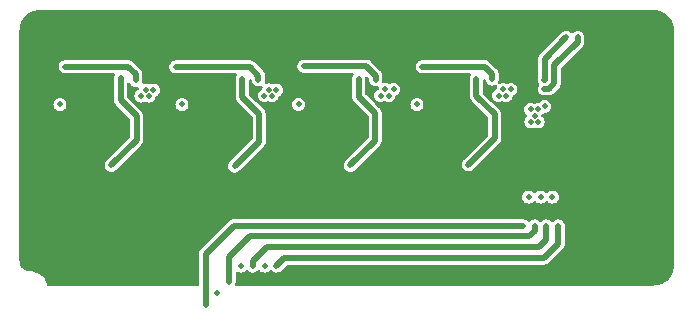
<source format=gbr>
G04 #@! TF.GenerationSoftware,KiCad,Pcbnew,(5.99.0-12889-g70df3822b5)*
G04 #@! TF.CreationDate,2021-11-17T17:44:22+08:00*
G04 #@! TF.ProjectId,PowerSupply,506f7765-7253-4757-9070-6c792e6b6963,rev?*
G04 #@! TF.SameCoordinates,PX5e56640PY77750e0*
G04 #@! TF.FileFunction,Copper,L3,Inr*
G04 #@! TF.FilePolarity,Positive*
%FSLAX46Y46*%
G04 Gerber Fmt 4.6, Leading zero omitted, Abs format (unit mm)*
G04 Created by KiCad (PCBNEW (5.99.0-12889-g70df3822b5)) date 2021-11-17 17:44:22*
%MOMM*%
%LPD*%
G01*
G04 APERTURE LIST*
G04 #@! TA.AperFunction,ViaPad*
%ADD10C,0.500000*%
G04 #@! TD*
G04 #@! TA.AperFunction,Conductor*
%ADD11C,0.500000*%
G04 #@! TD*
G04 APERTURE END LIST*
D10*
G04 #@! TO.N,GND*
X48330000Y24310001D03*
X49430000Y24310000D03*
X48879999Y24310001D03*
X38849999Y24320000D03*
X39400000Y24320000D03*
X29680000Y24300000D03*
X29130000Y24300000D03*
X28580001Y24300000D03*
X11690000Y29590000D03*
X10690000Y29590000D03*
X65390000Y29490000D03*
X64390000Y29490000D03*
X18070000Y24320000D03*
X18619999Y24320000D03*
X19170000Y24320000D03*
X57429999Y14305001D03*
X57970000Y15005000D03*
X56870000Y15005001D03*
X56880000Y14305001D03*
X57980000Y14305000D03*
X57419999Y15005001D03*
X57970000Y13605000D03*
X57419999Y13605001D03*
X56880000Y12905001D03*
X57980000Y12905000D03*
X56870000Y13605001D03*
X57429999Y12905001D03*
X58680000Y12905001D03*
X59219999Y13605001D03*
X59770000Y13605000D03*
X59780000Y12905000D03*
X58670000Y13605001D03*
X59229999Y12905001D03*
X59219999Y15005001D03*
X59780000Y14305000D03*
X59229999Y14305001D03*
X58670000Y15005001D03*
X59770000Y15005000D03*
X58680000Y14305001D03*
X57075000Y26693334D03*
X57750000Y26693334D03*
X56400000Y26703334D03*
X57065000Y25916668D03*
X56390001Y25926668D03*
X57740000Y25916668D03*
X56390000Y25150000D03*
X57065000Y25140000D03*
X57740000Y25140000D03*
X13160000Y33320000D03*
X14160000Y33320000D03*
X15160000Y33320000D03*
X16160000Y33320000D03*
X17160000Y33320000D03*
X18160000Y33320000D03*
X19160000Y33320000D03*
X20160000Y33320000D03*
X21160000Y33320000D03*
X22160000Y33320000D03*
X23160000Y33320000D03*
X24160000Y33320000D03*
X25160000Y33320000D03*
X26160000Y33320000D03*
X27160000Y33320000D03*
X28160000Y33320000D03*
X29160000Y33320000D03*
X30160000Y33320000D03*
X31160000Y33320000D03*
X32160000Y33320000D03*
X33160000Y33320000D03*
X34160000Y33320000D03*
X35160000Y33320000D03*
X36160000Y33320000D03*
X37160000Y33320000D03*
X38160000Y33320000D03*
X39160000Y33320000D03*
X40160000Y33320000D03*
X41160000Y33320000D03*
X42160000Y33320000D03*
X43160000Y33320000D03*
X44160000Y33320000D03*
X45160000Y33320000D03*
X46160000Y33320000D03*
X47160000Y33320000D03*
X48160000Y33320000D03*
X49160000Y33320000D03*
X50160000Y33320000D03*
X51160000Y33320000D03*
X52160000Y33320000D03*
X53160000Y33320000D03*
X54160000Y33320000D03*
X55160000Y33320000D03*
X56160000Y33320000D03*
X57160000Y33320000D03*
X58160000Y33320000D03*
X59160000Y33320000D03*
X60160000Y33320000D03*
X61160000Y33320000D03*
X12290000Y32130000D03*
X13160000Y32320000D03*
X14160000Y32320000D03*
X15160000Y32320000D03*
X16160000Y32320000D03*
X17160000Y32320000D03*
X18160000Y32320000D03*
X19160000Y32320000D03*
X20160000Y32320000D03*
X21160000Y32320000D03*
X22160000Y32320000D03*
X23160000Y32320000D03*
X24160000Y32320000D03*
X25160000Y32320000D03*
X26160000Y32320000D03*
X27160000Y32320000D03*
X28160000Y32320000D03*
X29160000Y32320000D03*
X30160000Y32320000D03*
X31160000Y32320000D03*
X32160000Y32320000D03*
X33160000Y32320000D03*
X34160000Y32320000D03*
X35160000Y32320000D03*
X36160000Y32320000D03*
X37160000Y32320000D03*
X38160000Y32320000D03*
X39160000Y32320000D03*
X40160000Y32320000D03*
X41160000Y32320000D03*
X42160000Y32320000D03*
X43160000Y32320000D03*
X44160000Y32320000D03*
X45160000Y32320000D03*
X46160000Y32320000D03*
X47160000Y32320000D03*
X48160000Y32320000D03*
X49160000Y32320000D03*
X50160000Y32320000D03*
X51160000Y32320000D03*
X52160000Y32320000D03*
X53160000Y32320000D03*
X54160000Y32320000D03*
X55160000Y32320000D03*
X56160000Y32320000D03*
X57160000Y32320000D03*
X58160000Y32320000D03*
X59160000Y32320000D03*
X60160000Y32320000D03*
X61160000Y32320000D03*
X62160000Y32320000D03*
X62160000Y33320000D03*
X63160000Y32320000D03*
X63160000Y33320000D03*
X63860000Y32050000D03*
X64160000Y33320000D03*
X11300000Y33020000D03*
X10670000Y31600000D03*
X11780000Y31470000D03*
X10690000Y30590000D03*
X11690000Y30590000D03*
X10690000Y28590000D03*
X11690000Y28590000D03*
X10690000Y27590000D03*
X11690000Y27590000D03*
X10690000Y26590000D03*
X11690000Y26590000D03*
X10690000Y25590000D03*
X11690000Y25590000D03*
X10690000Y24590000D03*
X11690000Y24590000D03*
X10690000Y23590000D03*
X11690000Y23590000D03*
X10690000Y22590000D03*
X11690000Y22590000D03*
X10690000Y21590000D03*
X11690000Y21590000D03*
X10690000Y20590000D03*
X11690000Y20590000D03*
X10690000Y19590000D03*
X11690000Y19590000D03*
X10690000Y18590000D03*
X11690000Y18590000D03*
X10690000Y17590000D03*
X11690000Y17590000D03*
X10690000Y16590000D03*
X11690000Y16590000D03*
X10690000Y15590000D03*
X11690000Y15590000D03*
X10690000Y14590000D03*
X11690000Y14590000D03*
X10690000Y13590000D03*
X11690000Y13590000D03*
X10690000Y12590000D03*
X11690000Y12590000D03*
X11690000Y11590000D03*
X41690000Y11590000D03*
X42690000Y11590000D03*
X43690000Y11590000D03*
X44690000Y11590000D03*
X45690000Y11590000D03*
X46690000Y11590000D03*
X47690000Y11590000D03*
X48690000Y11590000D03*
X49690000Y11590000D03*
X50690000Y11590000D03*
X51690000Y11590000D03*
X52690000Y11590000D03*
X53690000Y11590000D03*
X54690000Y11590000D03*
X55690000Y11590000D03*
X56690000Y11590000D03*
X57690000Y11590000D03*
X58690000Y11590000D03*
X59690000Y11590000D03*
X60690000Y11590000D03*
X61690000Y11590000D03*
X62690000Y11590000D03*
X63600000Y11860000D03*
X33690000Y10590000D03*
X34690000Y10590000D03*
X35690000Y10590000D03*
X36690000Y10590000D03*
X37690000Y10590000D03*
X38690000Y10590000D03*
X39690000Y10590000D03*
X40690000Y10590000D03*
X41690000Y10590000D03*
X42690000Y10590000D03*
X43690000Y10590000D03*
X44690000Y10590000D03*
X45690000Y10590000D03*
X46690000Y10590000D03*
X47690000Y10590000D03*
X48690000Y10590000D03*
X49690000Y10590000D03*
X50690000Y10590000D03*
X51690000Y10590000D03*
X52690000Y10590000D03*
X53690000Y10590000D03*
X54690000Y10590000D03*
X55690000Y10590000D03*
X56690000Y10590000D03*
X57690000Y10590000D03*
X58690000Y10590000D03*
X59690000Y10590000D03*
X60690000Y10590000D03*
X61690000Y10590000D03*
X62690000Y10590000D03*
X63690000Y10590000D03*
X64870000Y32980000D03*
X64290000Y31450000D03*
X65380000Y31520000D03*
X64390000Y30490000D03*
X65380000Y30500000D03*
X64390000Y28490000D03*
X65390000Y28490000D03*
X64390000Y27490000D03*
X65390000Y27490000D03*
X64390000Y26490000D03*
X65390000Y26490000D03*
X64390000Y25490000D03*
X65390000Y25490000D03*
X64390000Y24490000D03*
X65390000Y24490000D03*
X64390000Y23490000D03*
X65390000Y23490000D03*
X64390000Y22490000D03*
X65390000Y22490000D03*
X64390000Y21490000D03*
X65390000Y21490000D03*
X64390000Y20490000D03*
X65390000Y20490000D03*
X64390000Y19490000D03*
X65390000Y19490000D03*
X64390000Y18490000D03*
X65390000Y18490000D03*
X64390000Y17490000D03*
X65390000Y17490000D03*
X64390000Y16490000D03*
X65390000Y16490000D03*
X64390000Y15490000D03*
X65390000Y15490000D03*
X64390000Y14490000D03*
X65390000Y14490000D03*
X64390000Y13490000D03*
X65390000Y13490000D03*
X64210000Y12480000D03*
X65390000Y12550000D03*
X65320000Y11760000D03*
X64440000Y10700000D03*
X21660000Y32820000D03*
X36660000Y32820000D03*
X52660000Y32820000D03*
X53660000Y32820000D03*
X54660000Y32820000D03*
X59660000Y32820000D03*
X43660000Y32820000D03*
X44660000Y32820000D03*
X48660000Y32820000D03*
X19660000Y32820000D03*
X51660000Y32820000D03*
X28660000Y32820000D03*
X56660000Y32820000D03*
X22660000Y32820000D03*
X37660000Y32820000D03*
X27660000Y32820000D03*
X55660000Y32820000D03*
X39660000Y32820000D03*
X46660000Y32820000D03*
X50660000Y32820000D03*
X31660000Y32820000D03*
X20660000Y32820000D03*
X23660000Y32820000D03*
X34660000Y32820000D03*
X32660000Y32820000D03*
X29660000Y32820000D03*
X57660000Y32820000D03*
X61660000Y32820000D03*
X45660000Y32820000D03*
X49660000Y32820000D03*
X41660000Y32820000D03*
X18660000Y32820000D03*
X60660000Y32820000D03*
X30660000Y32820000D03*
X42660000Y32820000D03*
X24660000Y32820000D03*
X58660000Y32820000D03*
X40660000Y32820000D03*
X33660000Y32820000D03*
X25660000Y32820000D03*
X35660000Y32820000D03*
X26660000Y32820000D03*
X38660000Y32820000D03*
X47660000Y32820000D03*
X62660000Y32820000D03*
X63660000Y32820000D03*
X64370000Y32530000D03*
X12590000Y32770000D03*
X13660000Y32820000D03*
X14660000Y32820000D03*
X15660000Y32820000D03*
X16660000Y32820000D03*
X17660000Y32820000D03*
X64770000Y31920000D03*
X64890000Y31060000D03*
X64900000Y29990000D03*
X64890000Y17980000D03*
X64890000Y13980000D03*
X64100000Y11360000D03*
X64890000Y27980000D03*
X64890000Y21980000D03*
X64890000Y25980000D03*
X64890000Y20980000D03*
X64890000Y15980000D03*
X64820000Y12910000D03*
X64890000Y14980000D03*
X64890000Y24980000D03*
X64890000Y23980000D03*
X64890000Y19980000D03*
X64890000Y16980000D03*
X64890000Y22980000D03*
X64890000Y18980000D03*
X64890000Y26980000D03*
X64890000Y28980000D03*
X10850000Y32400000D03*
X11190000Y27110000D03*
X11190000Y20110000D03*
X11190000Y29110000D03*
X11190000Y19110000D03*
X11190000Y31110000D03*
X11190000Y28110000D03*
X11190000Y26110000D03*
X11190000Y24110000D03*
X11190000Y23110000D03*
X11190000Y22110000D03*
X11190000Y21110000D03*
X11190000Y25110000D03*
X11190000Y15110000D03*
X11190000Y13110000D03*
X11190000Y14110000D03*
X11190000Y17110000D03*
X11190000Y18110000D03*
X11190000Y16110000D03*
X11190000Y30110000D03*
X11190000Y12090000D03*
X47210000Y11080000D03*
X54210000Y11080000D03*
X41210000Y11080000D03*
X43210000Y11080000D03*
X62210000Y11080000D03*
X55210000Y11080000D03*
X48210000Y11080000D03*
X61210000Y11080000D03*
X49210000Y11080000D03*
X51210000Y11080000D03*
X58210000Y11080000D03*
X57210000Y11080000D03*
X56210000Y11080000D03*
X50210000Y11080000D03*
X42210000Y11080000D03*
X44210000Y11080000D03*
X45210000Y11080000D03*
X46210000Y11080000D03*
X60210000Y11080000D03*
X53210000Y11080000D03*
X59210000Y11080000D03*
X63210000Y11080000D03*
X52210000Y11080000D03*
X11800000Y32570000D03*
X11360000Y31990000D03*
X65310000Y32360000D03*
X64650000Y11940000D03*
X64980000Y11120000D03*
X57019999Y18505001D03*
X57570000Y18505000D03*
X56470000Y18505001D03*
X57029999Y17805001D03*
X56480000Y17805001D03*
X57580000Y17805000D03*
X23920000Y22730000D03*
X23920000Y22130000D03*
X23920000Y21530000D03*
X24520000Y22730000D03*
X25130000Y22730000D03*
X35410000Y22640000D03*
X34200000Y22640000D03*
X34200000Y21440000D03*
X34800000Y22640000D03*
X34200000Y22040000D03*
X44190000Y22070000D03*
X45400000Y22670000D03*
X44190000Y21470000D03*
X44190000Y22670000D03*
X44790000Y22670000D03*
X57019999Y19895001D03*
X56480000Y19195001D03*
X56470000Y19895001D03*
X57570000Y19895000D03*
X57580000Y19195000D03*
X57029999Y19195001D03*
X55279999Y19895001D03*
X54740000Y19195001D03*
X55840000Y19195000D03*
X55830000Y19895000D03*
X54730000Y19895001D03*
X55289999Y19195001D03*
X53590000Y19195001D03*
X54139999Y19195001D03*
X53580000Y19895001D03*
X54129999Y19895001D03*
X56390001Y27480000D03*
X57740000Y27470000D03*
X38300000Y24320000D03*
X12160000Y33320000D03*
X57060000Y29060000D03*
X57065000Y27470000D03*
G04 #@! TO.N,+3V3*
X48980000Y27800000D03*
X48310000Y20530000D03*
G04 #@! TO.N,+5V*
X50860000Y26380000D03*
X51500000Y26380000D03*
X31040000Y26370000D03*
X31690000Y26370000D03*
X40880000Y26380000D03*
X41570000Y26380000D03*
X54200000Y25220000D03*
X54770000Y25460000D03*
X53910000Y24690000D03*
X53600000Y24150000D03*
X54200000Y24150000D03*
X20580000Y26340000D03*
X21260000Y26340000D03*
X20970000Y26860000D03*
X21640000Y26860000D03*
X31410000Y26860000D03*
X32060000Y26860000D03*
X24050000Y25630000D03*
X41280000Y26910000D03*
X41970000Y26910000D03*
X33930000Y25640000D03*
X51260000Y26900000D03*
X51900000Y26900000D03*
X43950000Y25640000D03*
X13720000Y25640000D03*
X53580000Y25220000D03*
G04 #@! TO.N,+1V2*
X18870000Y27840000D03*
X18060000Y20470000D03*
G04 #@! TO.N,+1V5*
X29180000Y27790000D03*
X28510000Y20410000D03*
G04 #@! TO.N,+2V5*
X39030000Y27800000D03*
X38310000Y20470000D03*
G04 #@! TO.N,Net-(1V2-Pad1)*
X14180002Y28840000D03*
X20160000Y27660000D03*
G04 #@! TO.N,Net-(1V5-Pad1)*
X23540000Y28810000D03*
X30530000Y27720000D03*
G04 #@! TO.N,Net-(2V5-Pad1)*
X40470000Y27730000D03*
X34380000Y28870000D03*
G04 #@! TO.N,Net-(3V3-Pad1)*
X50320000Y27780000D03*
X44410000Y28830000D03*
G04 #@! TO.N,Net-(C3-Pad1)*
X56600000Y31300000D03*
X54750000Y27700000D03*
G04 #@! TO.N,Net-(R34-Pad2)*
X57560000Y31300000D03*
X54740000Y26940000D03*
G04 #@! TO.N,REG_EN2*
X52925000Y15350000D03*
X26050000Y8690000D03*
G04 #@! TO.N,REG_EN1*
X53420000Y17785000D03*
X27050000Y9630000D03*
G04 #@! TO.N,REG_CHG*
X53920000Y15345000D03*
X28043332Y10610000D03*
G04 #@! TO.N,REG_POWER*
X54420000Y17785000D03*
X29044998Y11945000D03*
G04 #@! TO.N,BAT_ISET*
X54920000Y15345000D03*
X30046664Y11945000D03*
G04 #@! TO.N,BAT_PG*
X55420000Y17785000D03*
X31048330Y11945000D03*
G04 #@! TO.N,BAT_CHG*
X32060000Y11945000D03*
X55920000Y15345000D03*
G04 #@! TD*
D11*
G04 #@! TO.N,+3V3*
X50540000Y24780000D02*
X50540000Y22760000D01*
X50540000Y22760000D02*
X48310000Y20530000D01*
X48980000Y26340000D02*
X50540000Y24780000D01*
X48980000Y27800000D02*
X48980000Y26340000D01*
G04 #@! TO.N,+1V2*
X20210000Y22620000D02*
X18060000Y20470000D01*
X18870000Y27840000D02*
X18870000Y25970000D01*
X20210000Y24630000D02*
X20210000Y22620000D01*
X18870000Y25970000D02*
X20210000Y24630000D01*
G04 #@! TO.N,+1V5*
X30590000Y22490000D02*
X28510000Y20410000D01*
X29180000Y27790000D02*
X29180000Y26240000D01*
X29180000Y26240000D02*
X30590000Y24830000D01*
X30590000Y24830000D02*
X30590000Y22490000D01*
G04 #@! TO.N,+2V5*
X39030000Y27800000D02*
X39030000Y26270000D01*
X39030000Y26270000D02*
X40410000Y24890000D01*
X40410000Y24890000D02*
X40410000Y22570000D01*
X40410000Y22570000D02*
X38310000Y20470000D01*
G04 #@! TO.N,Net-(1V2-Pad1)*
X19500000Y28840000D02*
X14180002Y28840000D01*
X20160000Y27660000D02*
X20160000Y28180000D01*
X20160000Y28180000D02*
X19500000Y28840000D01*
G04 #@! TO.N,Net-(1V5-Pad1)*
X30530000Y27720000D02*
X30530000Y28080000D01*
X30530000Y28080000D02*
X29800000Y28810000D01*
X29800000Y28810000D02*
X23540000Y28810000D01*
G04 #@! TO.N,Net-(2V5-Pad1)*
X39670000Y28870000D02*
X34380000Y28870000D01*
X40470000Y28070000D02*
X39670000Y28870000D01*
X40470000Y27730000D02*
X40470000Y28070000D01*
G04 #@! TO.N,Net-(3V3-Pad1)*
X50320000Y28200000D02*
X49690000Y28830000D01*
X49690000Y28830000D02*
X44410000Y28830000D01*
X50320000Y27780000D02*
X50320000Y28200000D01*
G04 #@! TO.N,Net-(C3-Pad1)*
X54760000Y27710000D02*
X54750000Y27700000D01*
X56600000Y31300000D02*
X54760000Y29460000D01*
X54760000Y29460000D02*
X54760000Y27710000D01*
G04 #@! TO.N,Net-(R34-Pad2)*
X55110000Y26940000D02*
X55580000Y27410000D01*
X55580000Y28940000D02*
X57560000Y30920000D01*
X54740000Y26940000D02*
X55110000Y26940000D01*
X57560000Y30920000D02*
X57560000Y31300000D01*
X55580000Y27410000D02*
X55580000Y28940000D01*
G04 #@! TO.N,REG_EN2*
X52925000Y15350000D02*
X28425000Y15350000D01*
X28425000Y15350000D02*
X26050000Y12975000D01*
X26050000Y12975000D02*
X26050000Y8690000D01*
G04 #@! TO.N,REG_CHG*
X29800000Y14450000D02*
X28043332Y12693332D01*
X28043332Y12693332D02*
X28043332Y10610000D01*
X53425000Y14450000D02*
X29800000Y14450000D01*
X53920000Y15345000D02*
X53920000Y14945000D01*
X53920000Y14945000D02*
X53425000Y14450000D01*
G04 #@! TO.N,BAT_ISET*
X54275000Y13525000D02*
X31215000Y13525000D01*
X54920000Y15345000D02*
X54920000Y14170000D01*
X31215000Y13525000D02*
X30046664Y12356664D01*
X30046664Y12356664D02*
X30046664Y11945000D01*
X54920000Y14170000D02*
X54275000Y13525000D01*
G04 #@! TO.N,BAT_CHG*
X55920000Y13845000D02*
X54700000Y12625000D01*
X32725000Y12625000D02*
X32050000Y11950000D01*
X54700000Y12625000D02*
X32725000Y12625000D01*
X55920000Y15345000D02*
X55920000Y13845000D01*
G04 #@! TD*
G04 #@! TA.AperFunction,Conductor*
G04 #@! TO.N,GND*
G36*
X63984608Y33638710D02*
G01*
X63989145Y33637910D01*
X64000000Y33635996D01*
X64010857Y33637910D01*
X64021876Y33637910D01*
X64021876Y33637541D01*
X64034201Y33638177D01*
X64233032Y33623957D01*
X64250827Y33621399D01*
X64470320Y33573652D01*
X64487559Y33568590D01*
X64608744Y33523390D01*
X64698024Y33490090D01*
X64714376Y33482622D01*
X64911519Y33374974D01*
X64926643Y33365254D01*
X65106461Y33230644D01*
X65120047Y33218871D01*
X65278871Y33060047D01*
X65290644Y33046461D01*
X65425254Y32866643D01*
X65434974Y32851519D01*
X65542622Y32654376D01*
X65550090Y32638024D01*
X65604711Y32491582D01*
X65628588Y32427565D01*
X65633653Y32410315D01*
X65681399Y32190827D01*
X65683957Y32173032D01*
X65698177Y31974201D01*
X65697542Y31961879D01*
X65697910Y31961879D01*
X65697910Y31950859D01*
X65695996Y31940000D01*
X65698710Y31924612D01*
X65700624Y31902735D01*
X65700320Y22223771D01*
X65700001Y12037276D01*
X65698087Y12015402D01*
X65697286Y12010859D01*
X65697286Y12010854D01*
X65695372Y12000000D01*
X65697286Y11989143D01*
X65697286Y11978124D01*
X65696917Y11978124D01*
X65697553Y11965799D01*
X65683333Y11766968D01*
X65680775Y11749173D01*
X65635258Y11539930D01*
X65633029Y11529685D01*
X65627966Y11512441D01*
X65598023Y11432162D01*
X65549466Y11301976D01*
X65541998Y11285624D01*
X65434350Y11088481D01*
X65424630Y11073357D01*
X65290020Y10893539D01*
X65278247Y10879953D01*
X65119423Y10721129D01*
X65105837Y10709356D01*
X64926019Y10574746D01*
X64910895Y10565026D01*
X64713752Y10457378D01*
X64697400Y10449910D01*
X64627574Y10423866D01*
X64486935Y10371410D01*
X64469696Y10366348D01*
X64313522Y10332375D01*
X64250203Y10318601D01*
X64232408Y10316043D01*
X64033577Y10301823D01*
X64021252Y10302459D01*
X64021252Y10302090D01*
X64010233Y10302090D01*
X63999376Y10304004D01*
X63983985Y10301290D01*
X63962112Y10299377D01*
X47254515Y10299711D01*
X32752267Y10300000D01*
X32740754Y10300563D01*
X32729782Y10303740D01*
X32694817Y10300712D01*
X32692034Y10300471D01*
X32681163Y10300001D01*
X32672101Y10300001D01*
X32665537Y10298779D01*
X32653355Y10297121D01*
X32630030Y10295101D01*
X32630029Y10295101D01*
X32618440Y10294097D01*
X32607989Y10288988D01*
X32604732Y10288085D01*
X32601576Y10286867D01*
X32590136Y10284737D01*
X32560295Y10266343D01*
X32549528Y10260411D01*
X32533955Y10252799D01*
X32478624Y10240000D01*
X28676951Y10240000D01*
X28608830Y10260002D01*
X28562337Y10313658D01*
X28552233Y10383932D01*
X28555951Y10401140D01*
X28561712Y10420970D01*
X28566296Y10434022D01*
X28576502Y10458661D01*
X28576503Y10458664D01*
X28579662Y10466291D01*
X28582376Y10486902D01*
X28586300Y10505602D01*
X28593047Y10528825D01*
X28593832Y10539515D01*
X28593832Y10565662D01*
X28594910Y10582109D01*
X28597504Y10601812D01*
X28597504Y10601814D01*
X28598582Y10610000D01*
X28594910Y10637891D01*
X28593832Y10654338D01*
X28593832Y11347450D01*
X28613834Y11415571D01*
X28667490Y11462064D01*
X28737764Y11472168D01*
X28768047Y11463860D01*
X28901289Y11408670D01*
X29044998Y11389750D01*
X29188707Y11408670D01*
X29322623Y11464139D01*
X29437619Y11552379D01*
X29445871Y11563133D01*
X29503210Y11604998D01*
X29574081Y11609218D01*
X29635983Y11574452D01*
X29645795Y11563128D01*
X29649017Y11558929D01*
X29654043Y11552379D01*
X29658536Y11548931D01*
X29659304Y11548079D01*
X29660871Y11546608D01*
X29666278Y11539930D01*
X29717709Y11503380D01*
X29718410Y11502882D01*
X29722106Y11500152D01*
X29769039Y11464139D01*
X29776275Y11461141D01*
X29780464Y11458452D01*
X29782219Y11457535D01*
X29789222Y11452558D01*
X29797305Y11449648D01*
X29797307Y11449647D01*
X29845874Y11432162D01*
X29851411Y11430020D01*
X29865626Y11424132D01*
X29902955Y11408670D01*
X29911146Y11407591D01*
X29917682Y11405840D01*
X29920877Y11404838D01*
X29923053Y11404376D01*
X29931132Y11401467D01*
X29961010Y11399273D01*
X29987529Y11397325D01*
X29994746Y11396585D01*
X30028677Y11392118D01*
X30046664Y11389750D01*
X30054852Y11390828D01*
X30063112Y11390828D01*
X30063112Y11390529D01*
X30066083Y11390614D01*
X30072992Y11391049D01*
X30081555Y11390420D01*
X30093117Y11392751D01*
X30133409Y11400875D01*
X30141865Y11402283D01*
X30182188Y11407592D01*
X30182190Y11407593D01*
X30190373Y11408670D01*
X30197999Y11411829D01*
X30202686Y11413085D01*
X30219746Y11418285D01*
X30229407Y11420233D01*
X30273309Y11442602D01*
X30282294Y11446744D01*
X30316655Y11460977D01*
X30324289Y11464139D01*
X30332321Y11470302D01*
X30351818Y11482604D01*
X30363796Y11488707D01*
X30370119Y11494521D01*
X30370123Y11494524D01*
X30397423Y11519627D01*
X30406003Y11526839D01*
X30432729Y11547347D01*
X30432735Y11547353D01*
X30439285Y11552379D01*
X30447538Y11563134D01*
X30504872Y11604998D01*
X30575743Y11609220D01*
X30637646Y11574456D01*
X30647454Y11563137D01*
X30655709Y11552379D01*
X30770705Y11464139D01*
X30904621Y11408670D01*
X31048330Y11389750D01*
X31192039Y11408670D01*
X31325955Y11464139D01*
X31440951Y11552379D01*
X31452624Y11567592D01*
X31509961Y11609458D01*
X31580832Y11613679D01*
X31642735Y11578914D01*
X31647959Y11573225D01*
X31682524Y11533181D01*
X31702925Y11519627D01*
X31752554Y11486654D01*
X31759516Y11481679D01*
X31782375Y11464139D01*
X31790007Y11460978D01*
X31795693Y11457695D01*
X31800538Y11454691D01*
X31800999Y11454468D01*
X31808153Y11449715D01*
X31845418Y11437606D01*
X31854693Y11434184D01*
X31888375Y11420233D01*
X31916291Y11408670D01*
X31924476Y11407592D01*
X31924477Y11407592D01*
X31946860Y11404645D01*
X31946738Y11403721D01*
X31949246Y11403870D01*
X31951598Y11403106D01*
X31960174Y11402746D01*
X31962082Y11402403D01*
X31967360Y11401946D01*
X32051812Y11390828D01*
X32060000Y11389750D01*
X32203709Y11408670D01*
X32337625Y11464139D01*
X32452621Y11552379D01*
X32496420Y11609458D01*
X32519214Y11639164D01*
X32530080Y11651555D01*
X32916119Y12037595D01*
X32978432Y12071620D01*
X33005215Y12074500D01*
X54685007Y12074500D01*
X54690284Y12074389D01*
X54752294Y12071790D01*
X54763848Y12074500D01*
X54794662Y12081727D01*
X54806333Y12083890D01*
X54821229Y12085931D01*
X54849432Y12089794D01*
X54863230Y12095765D01*
X54884499Y12102799D01*
X54890775Y12104271D01*
X54899136Y12106232D01*
X54906661Y12110369D01*
X54906664Y12110370D01*
X54937268Y12127195D01*
X54947913Y12132411D01*
X54987855Y12149695D01*
X54999541Y12159158D01*
X55018126Y12171646D01*
X55025518Y12175710D01*
X55031308Y12178893D01*
X55039422Y12185897D01*
X55063958Y12210433D01*
X55073759Y12219258D01*
X55098392Y12239206D01*
X55098393Y12239207D01*
X55105070Y12244614D01*
X55110043Y12251612D01*
X55110048Y12251617D01*
X55115968Y12259948D01*
X55129579Y12276054D01*
X56298655Y13445130D01*
X56302464Y13448783D01*
X56341833Y13484985D01*
X56348156Y13490799D01*
X56371087Y13527783D01*
X56377810Y13537565D01*
X56398918Y13565374D01*
X56404112Y13572217D01*
X56409646Y13586196D01*
X56419707Y13606199D01*
X56427635Y13618986D01*
X56439775Y13660772D01*
X56443621Y13672005D01*
X56456474Y13704467D01*
X56459636Y13712453D01*
X56460534Y13720995D01*
X56460535Y13721000D01*
X56461209Y13727409D01*
X56465520Y13749385D01*
X56467874Y13757488D01*
X56467874Y13757489D01*
X56469715Y13763825D01*
X56470500Y13774515D01*
X56470500Y13809210D01*
X56471190Y13822381D01*
X56474504Y13853911D01*
X56475402Y13862455D01*
X56472265Y13881002D01*
X56470500Y13902015D01*
X56470500Y15300662D01*
X56471578Y15317109D01*
X56474172Y15336812D01*
X56475250Y15345000D01*
X56470649Y15379945D01*
X56470500Y15381443D01*
X56470500Y15382785D01*
X56470009Y15386366D01*
X56470008Y15386380D01*
X56464770Y15424611D01*
X56464682Y15425267D01*
X56456986Y15483725D01*
X56456330Y15488709D01*
X56455822Y15489936D01*
X56455206Y15494432D01*
X56426475Y15560826D01*
X56425730Y15562586D01*
X56404019Y15615001D01*
X56400861Y15622625D01*
X56398272Y15626000D01*
X56395305Y15632855D01*
X56352578Y15685619D01*
X56350549Y15688193D01*
X56317646Y15731073D01*
X56317644Y15731075D01*
X56312621Y15737621D01*
X56308128Y15741069D01*
X56307360Y15741921D01*
X56305793Y15743392D01*
X56300386Y15750070D01*
X56248245Y15787124D01*
X56244558Y15789848D01*
X56197625Y15825861D01*
X56190389Y15828859D01*
X56186200Y15831548D01*
X56184445Y15832465D01*
X56177442Y15837442D01*
X56169359Y15840352D01*
X56169357Y15840353D01*
X56120790Y15857838D01*
X56115253Y15859980D01*
X56081079Y15874135D01*
X56063709Y15881330D01*
X56055518Y15882409D01*
X56048982Y15884160D01*
X56045787Y15885162D01*
X56043611Y15885624D01*
X56035532Y15888533D01*
X56000443Y15891110D01*
X55979135Y15892675D01*
X55971918Y15893415D01*
X55928188Y15899172D01*
X55920000Y15900250D01*
X55911812Y15899172D01*
X55903552Y15899172D01*
X55903552Y15899471D01*
X55900581Y15899386D01*
X55893672Y15898951D01*
X55885109Y15899580D01*
X55876688Y15897882D01*
X55833255Y15889125D01*
X55824799Y15887717D01*
X55784476Y15882408D01*
X55784474Y15882407D01*
X55776291Y15881330D01*
X55768665Y15878171D01*
X55763978Y15876915D01*
X55746918Y15871715D01*
X55737257Y15869767D01*
X55704560Y15853107D01*
X55693355Y15847398D01*
X55684370Y15843256D01*
X55677362Y15840353D01*
X55642375Y15825861D01*
X55635820Y15820831D01*
X55634343Y15819698D01*
X55614846Y15807396D01*
X55602868Y15801293D01*
X55596545Y15795479D01*
X55596541Y15795476D01*
X55569241Y15770373D01*
X55560661Y15763161D01*
X55533935Y15742653D01*
X55533929Y15742647D01*
X55527379Y15737621D01*
X55522350Y15731067D01*
X55519957Y15727949D01*
X55517271Y15725988D01*
X55516515Y15725232D01*
X55516397Y15725350D01*
X55462617Y15686086D01*
X55391745Y15681869D01*
X55329845Y15716637D01*
X55320038Y15727956D01*
X55317649Y15731070D01*
X55317644Y15731075D01*
X55312621Y15737621D01*
X55308128Y15741069D01*
X55307360Y15741921D01*
X55305793Y15743392D01*
X55300386Y15750070D01*
X55248245Y15787124D01*
X55244558Y15789848D01*
X55197625Y15825861D01*
X55190389Y15828859D01*
X55186200Y15831548D01*
X55184445Y15832465D01*
X55177442Y15837442D01*
X55169359Y15840352D01*
X55169357Y15840353D01*
X55120790Y15857838D01*
X55115253Y15859980D01*
X55081079Y15874135D01*
X55063709Y15881330D01*
X55055518Y15882409D01*
X55048982Y15884160D01*
X55045787Y15885162D01*
X55043611Y15885624D01*
X55035532Y15888533D01*
X55000443Y15891110D01*
X54979135Y15892675D01*
X54971918Y15893415D01*
X54928188Y15899172D01*
X54920000Y15900250D01*
X54911812Y15899172D01*
X54903552Y15899172D01*
X54903552Y15899471D01*
X54900581Y15899386D01*
X54893672Y15898951D01*
X54885109Y15899580D01*
X54876688Y15897882D01*
X54833255Y15889125D01*
X54824799Y15887717D01*
X54784476Y15882408D01*
X54784474Y15882407D01*
X54776291Y15881330D01*
X54768665Y15878171D01*
X54763978Y15876915D01*
X54746918Y15871715D01*
X54737257Y15869767D01*
X54704560Y15853107D01*
X54693355Y15847398D01*
X54684370Y15843256D01*
X54677362Y15840353D01*
X54642375Y15825861D01*
X54635820Y15820831D01*
X54634343Y15819698D01*
X54614846Y15807396D01*
X54602868Y15801293D01*
X54596545Y15795479D01*
X54596541Y15795476D01*
X54569241Y15770373D01*
X54560661Y15763161D01*
X54533935Y15742653D01*
X54533929Y15742647D01*
X54527379Y15737621D01*
X54522350Y15731067D01*
X54519957Y15727949D01*
X54517271Y15725988D01*
X54516515Y15725232D01*
X54516397Y15725350D01*
X54462617Y15686086D01*
X54391745Y15681869D01*
X54329845Y15716637D01*
X54320038Y15727956D01*
X54317649Y15731070D01*
X54317644Y15731075D01*
X54312621Y15737621D01*
X54308128Y15741069D01*
X54307360Y15741921D01*
X54305793Y15743392D01*
X54300386Y15750070D01*
X54248245Y15787124D01*
X54244558Y15789848D01*
X54197625Y15825861D01*
X54190389Y15828859D01*
X54186200Y15831548D01*
X54184445Y15832465D01*
X54177442Y15837442D01*
X54169359Y15840352D01*
X54169357Y15840353D01*
X54120790Y15857838D01*
X54115253Y15859980D01*
X54081079Y15874135D01*
X54063709Y15881330D01*
X54055518Y15882409D01*
X54048982Y15884160D01*
X54045787Y15885162D01*
X54043611Y15885624D01*
X54035532Y15888533D01*
X54000443Y15891110D01*
X53979135Y15892675D01*
X53971918Y15893415D01*
X53928188Y15899172D01*
X53920000Y15900250D01*
X53911812Y15899172D01*
X53903552Y15899172D01*
X53903552Y15899471D01*
X53900581Y15899386D01*
X53893672Y15898951D01*
X53885109Y15899580D01*
X53876688Y15897882D01*
X53833255Y15889125D01*
X53824799Y15887717D01*
X53784476Y15882408D01*
X53784474Y15882407D01*
X53776291Y15881330D01*
X53768665Y15878171D01*
X53763978Y15876915D01*
X53746918Y15871715D01*
X53737257Y15869767D01*
X53704560Y15853107D01*
X53693355Y15847398D01*
X53684370Y15843256D01*
X53677362Y15840353D01*
X53642375Y15825861D01*
X53635820Y15820831D01*
X53634343Y15819698D01*
X53614846Y15807396D01*
X53602868Y15801293D01*
X53596545Y15795479D01*
X53596541Y15795476D01*
X53569241Y15770373D01*
X53560661Y15763161D01*
X53533935Y15742653D01*
X53533929Y15742647D01*
X53527379Y15737621D01*
X53522350Y15731068D01*
X53516515Y15725232D01*
X53514933Y15726814D01*
X53467038Y15691845D01*
X53396167Y15687626D01*
X53334266Y15722393D01*
X53324460Y15733709D01*
X53322650Y15736068D01*
X53322647Y15736071D01*
X53317621Y15742621D01*
X53306761Y15750955D01*
X53290731Y15765617D01*
X53279201Y15778156D01*
X53264195Y15787460D01*
X53243435Y15800332D01*
X53233125Y15807457D01*
X53209175Y15825835D01*
X53202625Y15830861D01*
X53186707Y15837454D01*
X53168524Y15846778D01*
X53166866Y15847806D01*
X53151014Y15857635D01*
X53114046Y15868375D01*
X53100978Y15872964D01*
X53076339Y15883170D01*
X53076336Y15883171D01*
X53068709Y15886330D01*
X53060528Y15887407D01*
X53060525Y15887408D01*
X53048098Y15889044D01*
X53029404Y15892967D01*
X53006175Y15899715D01*
X52998692Y15900264D01*
X52997792Y15900331D01*
X52997781Y15900331D01*
X52995485Y15900500D01*
X52969338Y15900500D01*
X52952891Y15901578D01*
X52933188Y15904172D01*
X52925000Y15905250D01*
X52916812Y15904172D01*
X52897109Y15901578D01*
X52880662Y15900500D01*
X28439993Y15900500D01*
X28434717Y15900611D01*
X28430310Y15900796D01*
X28372706Y15903210D01*
X28364341Y15901248D01*
X28330338Y15893273D01*
X28318667Y15891110D01*
X28304447Y15889162D01*
X28275568Y15885206D01*
X28267684Y15881794D01*
X28267683Y15881794D01*
X28261770Y15879235D01*
X28240501Y15872201D01*
X28234228Y15870730D01*
X28234226Y15870729D01*
X28225864Y15868768D01*
X28218336Y15864629D01*
X28218335Y15864629D01*
X28187735Y15847806D01*
X28177073Y15842583D01*
X28145027Y15828716D01*
X28145026Y15828715D01*
X28137145Y15825305D01*
X28130472Y15819901D01*
X28125459Y15815842D01*
X28106871Y15803351D01*
X28093692Y15796106D01*
X28085578Y15789103D01*
X28061042Y15764567D01*
X28051241Y15755742D01*
X28026608Y15735794D01*
X28019930Y15730386D01*
X28014957Y15723388D01*
X28014952Y15723383D01*
X28009032Y15715052D01*
X27995421Y15698946D01*
X25671358Y13374882D01*
X25667549Y13371229D01*
X25621844Y13329201D01*
X25598901Y13292198D01*
X25592200Y13282448D01*
X25565888Y13247783D01*
X25560354Y13233805D01*
X25550293Y13213801D01*
X25542365Y13201014D01*
X25539968Y13192763D01*
X25539967Y13192761D01*
X25530225Y13159228D01*
X25526380Y13147998D01*
X25510364Y13107547D01*
X25509466Y13099006D01*
X25509466Y13099005D01*
X25508792Y13092592D01*
X25504480Y13070617D01*
X25500285Y13056175D01*
X25499500Y13045485D01*
X25499500Y13010783D01*
X25498810Y12997613D01*
X25494599Y12957546D01*
X25496031Y12949081D01*
X25496031Y12949072D01*
X25497735Y12939000D01*
X25499500Y12917987D01*
X25499500Y10366000D01*
X25479498Y10297879D01*
X25425842Y10251386D01*
X25373500Y10240000D01*
X24954388Y10240000D01*
X24913476Y10246827D01*
X24866036Y10263113D01*
X24857909Y10265903D01*
X24852775Y10266760D01*
X24852770Y10266761D01*
X24658715Y10299143D01*
X24658712Y10299143D01*
X24653578Y10300000D01*
X24446422Y10300000D01*
X24441288Y10299143D01*
X24441285Y10299143D01*
X24247230Y10266761D01*
X24247225Y10266760D01*
X24242091Y10265903D01*
X24233964Y10263113D01*
X24186524Y10246827D01*
X24145612Y10240000D01*
X12784424Y10240000D01*
X12716303Y10260002D01*
X12669810Y10313658D01*
X12661307Y10339206D01*
X12642890Y10423866D01*
X12625081Y10471615D01*
X12569445Y10620779D01*
X12567874Y10624991D01*
X12464999Y10813394D01*
X12336358Y10985237D01*
X12184571Y11137024D01*
X12012728Y11265665D01*
X11824325Y11368540D01*
X11765663Y11390420D01*
X11627408Y11441987D01*
X11627402Y11441989D01*
X11623200Y11443556D01*
X11618814Y11444510D01*
X11618811Y11444511D01*
X11448002Y11481668D01*
X11413447Y11489185D01*
X11206924Y11503956D01*
X11199334Y11505294D01*
X11188480Y11503380D01*
X11177972Y11503380D01*
X11165619Y11503987D01*
X11152348Y11505294D01*
X11035974Y11516756D01*
X11011754Y11521572D01*
X10866534Y11565624D01*
X10843720Y11575075D01*
X10709896Y11646606D01*
X10689359Y11660328D01*
X10572060Y11756593D01*
X10554595Y11774058D01*
X10458330Y11891357D01*
X10444607Y11911895D01*
X10373077Y12045718D01*
X10363625Y12068535D01*
X10362690Y12071620D01*
X10319574Y12213752D01*
X10314757Y12237975D01*
X10313414Y12251617D01*
X10301989Y12367617D01*
X10301382Y12379967D01*
X10301382Y12390476D01*
X10303296Y12401332D01*
X10300584Y12416714D01*
X10298669Y12438600D01*
X10298671Y12478169D01*
X10298863Y17785000D01*
X52864750Y17785000D01*
X52883670Y17641291D01*
X52939139Y17507375D01*
X53027379Y17392379D01*
X53142375Y17304139D01*
X53276291Y17248670D01*
X53420000Y17229750D01*
X53563709Y17248670D01*
X53697625Y17304139D01*
X53812621Y17392379D01*
X53820038Y17402045D01*
X53822725Y17404007D01*
X53823488Y17404770D01*
X53823607Y17404651D01*
X53877376Y17443912D01*
X53948247Y17448134D01*
X54010149Y17413370D01*
X54019962Y17402045D01*
X54027379Y17392379D01*
X54142375Y17304139D01*
X54276291Y17248670D01*
X54420000Y17229750D01*
X54563709Y17248670D01*
X54697625Y17304139D01*
X54812621Y17392379D01*
X54820038Y17402045D01*
X54822725Y17404007D01*
X54823488Y17404770D01*
X54823607Y17404651D01*
X54877376Y17443912D01*
X54948247Y17448134D01*
X55010149Y17413370D01*
X55019962Y17402045D01*
X55027379Y17392379D01*
X55142375Y17304139D01*
X55276291Y17248670D01*
X55420000Y17229750D01*
X55563709Y17248670D01*
X55697625Y17304139D01*
X55812621Y17392379D01*
X55900861Y17507375D01*
X55956330Y17641291D01*
X55975250Y17785000D01*
X55956330Y17928709D01*
X55900861Y18062625D01*
X55812621Y18177621D01*
X55697625Y18265861D01*
X55563709Y18321330D01*
X55420000Y18340250D01*
X55276291Y18321330D01*
X55142375Y18265861D01*
X55027379Y18177621D01*
X55022353Y18171071D01*
X55019962Y18167955D01*
X55017275Y18165993D01*
X55016512Y18165230D01*
X55016393Y18165349D01*
X54962624Y18126088D01*
X54891753Y18121866D01*
X54829851Y18156630D01*
X54820038Y18167955D01*
X54817647Y18171071D01*
X54812621Y18177621D01*
X54697625Y18265861D01*
X54563709Y18321330D01*
X54420000Y18340250D01*
X54276291Y18321330D01*
X54142375Y18265861D01*
X54027379Y18177621D01*
X54022353Y18171071D01*
X54019962Y18167955D01*
X54017275Y18165993D01*
X54016512Y18165230D01*
X54016393Y18165349D01*
X53962624Y18126088D01*
X53891753Y18121866D01*
X53829851Y18156630D01*
X53820038Y18167955D01*
X53817647Y18171071D01*
X53812621Y18177621D01*
X53697625Y18265861D01*
X53563709Y18321330D01*
X53420000Y18340250D01*
X53276291Y18321330D01*
X53142375Y18265861D01*
X53027379Y18177621D01*
X52939139Y18062625D01*
X52883670Y17928709D01*
X52864750Y17785000D01*
X10298863Y17785000D01*
X10299039Y22645928D01*
X10299148Y25640000D01*
X13164750Y25640000D01*
X13183670Y25496291D01*
X13239139Y25362375D01*
X13327379Y25247379D01*
X13442375Y25159139D01*
X13576291Y25103670D01*
X13720000Y25084750D01*
X13863709Y25103670D01*
X13997625Y25159139D01*
X14112621Y25247379D01*
X14200861Y25362375D01*
X14256330Y25496291D01*
X14275250Y25640000D01*
X14256330Y25783709D01*
X14200861Y25917625D01*
X14112621Y26032621D01*
X13997625Y26120861D01*
X13863709Y26176330D01*
X13720000Y26195250D01*
X13576291Y26176330D01*
X13442375Y26120861D01*
X13327379Y26032621D01*
X13239139Y25917625D01*
X13183670Y25783709D01*
X13164750Y25640000D01*
X10299148Y25640000D01*
X10299264Y28840000D01*
X13624752Y28840000D01*
X13625830Y28831812D01*
X13625830Y28823552D01*
X13625531Y28823552D01*
X13625616Y28820581D01*
X13626051Y28813672D01*
X13625422Y28805109D01*
X13627120Y28796688D01*
X13635877Y28753255D01*
X13637285Y28744799D01*
X13638043Y28739047D01*
X13643672Y28696291D01*
X13646831Y28688665D01*
X13648087Y28683978D01*
X13653287Y28666918D01*
X13655235Y28657257D01*
X13669339Y28629577D01*
X13677604Y28613355D01*
X13681746Y28604370D01*
X13690042Y28584343D01*
X13699141Y28562375D01*
X13704171Y28555820D01*
X13705304Y28554343D01*
X13717606Y28534846D01*
X13723709Y28522868D01*
X13729523Y28516545D01*
X13729526Y28516541D01*
X13754629Y28489241D01*
X13761841Y28480661D01*
X13782349Y28453935D01*
X13782355Y28453929D01*
X13787381Y28447379D01*
X13798241Y28439045D01*
X13814271Y28424383D01*
X13825801Y28411844D01*
X13833106Y28407315D01*
X13833107Y28407314D01*
X13861564Y28389670D01*
X13871873Y28382545D01*
X13888830Y28369534D01*
X13902377Y28359139D01*
X13910005Y28355980D01*
X13910006Y28355979D01*
X13918295Y28352546D01*
X13936478Y28343222D01*
X13953988Y28332365D01*
X13962242Y28329967D01*
X13990956Y28321625D01*
X14004024Y28317036D01*
X14028663Y28306830D01*
X14028666Y28306829D01*
X14036293Y28303670D01*
X14044474Y28302593D01*
X14044477Y28302592D01*
X14056904Y28300956D01*
X14075598Y28297033D01*
X14098827Y28290285D01*
X14106310Y28289736D01*
X14107210Y28289669D01*
X14107221Y28289669D01*
X14109517Y28289500D01*
X14135664Y28289500D01*
X14152111Y28288422D01*
X14180002Y28284750D01*
X14188190Y28285828D01*
X14207893Y28288422D01*
X14224340Y28289500D01*
X18271760Y28289500D01*
X18339881Y28269498D01*
X18386374Y28215842D01*
X18396478Y28145568D01*
X18388169Y28115283D01*
X18382545Y28101705D01*
X18373222Y28083524D01*
X18362365Y28066014D01*
X18359967Y28057760D01*
X18351625Y28029046D01*
X18347036Y28015978D01*
X18343570Y28007609D01*
X18333670Y27983709D01*
X18332593Y27975528D01*
X18332592Y27975525D01*
X18330956Y27963098D01*
X18327033Y27944404D01*
X18320285Y27921175D01*
X18319500Y27910485D01*
X18319500Y27884338D01*
X18318422Y27867891D01*
X18314750Y27840000D01*
X18315828Y27831812D01*
X18318422Y27812109D01*
X18319500Y27795662D01*
X18319500Y25984993D01*
X18319389Y25979717D01*
X18316790Y25917706D01*
X18318752Y25909341D01*
X18326727Y25875338D01*
X18328890Y25863667D01*
X18334794Y25820568D01*
X18338206Y25812684D01*
X18338206Y25812683D01*
X18340765Y25806770D01*
X18347799Y25785501D01*
X18351232Y25770864D01*
X18355369Y25763339D01*
X18355370Y25763336D01*
X18372195Y25732732D01*
X18377411Y25722087D01*
X18394695Y25682145D01*
X18404158Y25670459D01*
X18416645Y25651875D01*
X18423893Y25638692D01*
X18430897Y25630578D01*
X18455433Y25606042D01*
X18464258Y25596241D01*
X18484206Y25571608D01*
X18489614Y25564930D01*
X18496612Y25559957D01*
X18496617Y25559952D01*
X18504948Y25554032D01*
X18521054Y25540421D01*
X19085497Y24975979D01*
X19622595Y24438881D01*
X19656620Y24376569D01*
X19659500Y24349786D01*
X19659500Y22900215D01*
X19639498Y22832094D01*
X19622595Y22811120D01*
X17702094Y20890618D01*
X17689703Y20879751D01*
X17667379Y20862621D01*
X17645915Y20834648D01*
X17644968Y20833492D01*
X17644020Y20832544D01*
X17641829Y20829657D01*
X17641818Y20829644D01*
X17618493Y20798914D01*
X17618163Y20798482D01*
X17579139Y20747625D01*
X17578629Y20746395D01*
X17575888Y20742783D01*
X17572729Y20734805D01*
X17572726Y20734799D01*
X17549267Y20675546D01*
X17548555Y20673787D01*
X17523670Y20613709D01*
X17523115Y20609496D01*
X17520364Y20602547D01*
X17519466Y20594007D01*
X17519466Y20594005D01*
X17513268Y20535028D01*
X17512880Y20531755D01*
X17504750Y20470000D01*
X17505489Y20464384D01*
X17505429Y20463233D01*
X17505496Y20461086D01*
X17504599Y20452546D01*
X17506031Y20444080D01*
X17506031Y20444077D01*
X17515266Y20389473D01*
X17515952Y20384910D01*
X17522592Y20334478D01*
X17523670Y20326291D01*
X17526666Y20319059D01*
X17527729Y20314182D01*
X17528321Y20312294D01*
X17529752Y20303830D01*
X17533405Y20296066D01*
X17533407Y20296061D01*
X17555390Y20249344D01*
X17557789Y20243916D01*
X17575978Y20200005D01*
X17575980Y20200002D01*
X17579139Y20192375D01*
X17584165Y20185825D01*
X17587553Y20179957D01*
X17589099Y20177001D01*
X17590313Y20175131D01*
X17593971Y20167358D01*
X17630923Y20124548D01*
X17635487Y20118941D01*
X17667379Y20077379D01*
X17673929Y20072353D01*
X17679771Y20066511D01*
X17679558Y20066299D01*
X17681684Y20064292D01*
X17686912Y20059683D01*
X17692524Y20053181D01*
X17699677Y20048429D01*
X17699681Y20048425D01*
X17736582Y20023908D01*
X17743556Y20018925D01*
X17751333Y20012958D01*
X17782375Y19989139D01*
X17790008Y19985977D01*
X17794190Y19983563D01*
X17809945Y19975168D01*
X17810996Y19974470D01*
X17818153Y19969715D01*
X17862303Y19955370D01*
X17865014Y19954489D01*
X17874297Y19951065D01*
X17916291Y19933670D01*
X17924479Y19932592D01*
X17924483Y19932591D01*
X17926328Y19932348D01*
X17948808Y19927261D01*
X17953424Y19925761D01*
X17953431Y19925760D01*
X17961598Y19923106D01*
X17970182Y19922746D01*
X17970183Y19922746D01*
X18007236Y19921193D01*
X18018405Y19920226D01*
X18051812Y19915828D01*
X18060000Y19914750D01*
X18073567Y19916536D01*
X18095286Y19917503D01*
X18112294Y19916790D01*
X18120658Y19918752D01*
X18120660Y19918752D01*
X18153274Y19926402D01*
X18165600Y19928653D01*
X18182197Y19930838D01*
X18195522Y19932592D01*
X18195524Y19932592D01*
X18203709Y19933670D01*
X18219633Y19940266D01*
X18239080Y19946528D01*
X18250775Y19949271D01*
X18259136Y19951232D01*
X18266659Y19955368D01*
X18266665Y19955370D01*
X18292874Y19969778D01*
X18305352Y19975770D01*
X18329994Y19985978D01*
X18337625Y19989139D01*
X18354116Y20001792D01*
X18370113Y20012241D01*
X18370317Y20012353D01*
X18391308Y20023893D01*
X18399422Y20030897D01*
X18417911Y20049386D01*
X18430302Y20060253D01*
X18446071Y20072353D01*
X18452621Y20077379D01*
X18469747Y20099698D01*
X18480614Y20112089D01*
X20588642Y22220118D01*
X20592451Y22223771D01*
X20628248Y22256688D01*
X20638156Y22265799D01*
X20661087Y22302783D01*
X20667801Y22312553D01*
X20694112Y22347216D01*
X20699646Y22361193D01*
X20709709Y22381202D01*
X20713111Y22386688D01*
X20713113Y22386692D01*
X20717635Y22393986D01*
X20720029Y22402228D01*
X20720031Y22402231D01*
X20729779Y22435784D01*
X20733618Y22446997D01*
X20749635Y22487453D01*
X20751206Y22502402D01*
X20755519Y22524385D01*
X20755989Y22526000D01*
X20759715Y22538825D01*
X20760199Y22545411D01*
X20760331Y22547208D01*
X20760331Y22547219D01*
X20760500Y22549515D01*
X20760500Y22584219D01*
X20761190Y22597390D01*
X20763511Y22619469D01*
X20765401Y22637454D01*
X20763969Y22645919D01*
X20763969Y22645928D01*
X20762265Y22656000D01*
X20760500Y22677013D01*
X20760500Y24615007D01*
X20760611Y24620283D01*
X20761054Y24630861D01*
X20763210Y24682294D01*
X20755298Y24716026D01*
X20753273Y24724662D01*
X20751110Y24736333D01*
X20746372Y24770919D01*
X20745206Y24779432D01*
X20739235Y24793230D01*
X20732201Y24814499D01*
X20730730Y24820772D01*
X20730729Y24820774D01*
X20728768Y24829136D01*
X20707805Y24867266D01*
X20702583Y24877927D01*
X20688716Y24909973D01*
X20688715Y24909974D01*
X20685305Y24917855D01*
X20675842Y24929541D01*
X20663351Y24948129D01*
X20656106Y24961308D01*
X20649103Y24969422D01*
X20624567Y24993958D01*
X20615742Y25003759D01*
X20595794Y25028392D01*
X20595793Y25028393D01*
X20590386Y25035070D01*
X20583388Y25040043D01*
X20583383Y25040048D01*
X20575052Y25045968D01*
X20558946Y25059579D01*
X20012454Y25606071D01*
X19988525Y25630000D01*
X23494750Y25630000D01*
X23513670Y25486291D01*
X23569139Y25352375D01*
X23657379Y25237379D01*
X23772375Y25149139D01*
X23906291Y25093670D01*
X24050000Y25074750D01*
X24193709Y25093670D01*
X24327625Y25149139D01*
X24442621Y25237379D01*
X24530861Y25352375D01*
X24586330Y25486291D01*
X24605250Y25630000D01*
X24586330Y25773709D01*
X24530861Y25907625D01*
X24442621Y26022621D01*
X24327625Y26110861D01*
X24193709Y26166330D01*
X24050000Y26185250D01*
X23906291Y26166330D01*
X23772375Y26110861D01*
X23657379Y26022621D01*
X23569139Y25907625D01*
X23513670Y25773709D01*
X23494750Y25630000D01*
X19988525Y25630000D01*
X19457405Y26161119D01*
X19423380Y26223431D01*
X19420500Y26250214D01*
X19420500Y27373340D01*
X19440502Y27441461D01*
X19494158Y27487954D01*
X19564432Y27498058D01*
X19629012Y27468564D01*
X19662909Y27421558D01*
X19679139Y27382375D01*
X19681728Y27379000D01*
X19684695Y27372145D01*
X19724908Y27322486D01*
X19727410Y27319396D01*
X19729439Y27316822D01*
X19739598Y27303583D01*
X19760346Y27276545D01*
X19767379Y27267379D01*
X19771872Y27263931D01*
X19772640Y27263079D01*
X19774207Y27261608D01*
X19779614Y27254930D01*
X19822892Y27224174D01*
X19831746Y27217882D01*
X19835442Y27215152D01*
X19882375Y27179139D01*
X19889611Y27176141D01*
X19893800Y27173452D01*
X19895555Y27172535D01*
X19902558Y27167558D01*
X19910641Y27164648D01*
X19910643Y27164647D01*
X19959210Y27147162D01*
X19964747Y27145020D01*
X19983588Y27137216D01*
X20016291Y27123670D01*
X20024482Y27122591D01*
X20031018Y27120840D01*
X20034213Y27119838D01*
X20036389Y27119376D01*
X20044468Y27116467D01*
X20074346Y27114273D01*
X20100865Y27112325D01*
X20108082Y27111585D01*
X20142013Y27107118D01*
X20160000Y27104750D01*
X20168188Y27105828D01*
X20176448Y27105828D01*
X20176448Y27105529D01*
X20179419Y27105614D01*
X20186328Y27106049D01*
X20194891Y27105420D01*
X20206453Y27107751D01*
X20246745Y27115875D01*
X20255199Y27117283D01*
X20257300Y27117560D01*
X20289230Y27121764D01*
X20359377Y27110826D01*
X20412477Y27063700D01*
X20431669Y26995346D01*
X20430600Y26980397D01*
X20425277Y26939961D01*
X20396556Y26875034D01*
X20348573Y26839997D01*
X20333168Y26833616D01*
X20302375Y26820861D01*
X20187379Y26732621D01*
X20099139Y26617625D01*
X20043670Y26483709D01*
X20024750Y26340000D01*
X20043670Y26196291D01*
X20099139Y26062375D01*
X20187379Y25947379D01*
X20302375Y25859139D01*
X20436291Y25803670D01*
X20580000Y25784750D01*
X20723709Y25803670D01*
X20857625Y25859139D01*
X20859599Y25860654D01*
X20925999Y25876760D01*
X20980121Y25860868D01*
X20982375Y25859139D01*
X21116291Y25803670D01*
X21260000Y25784750D01*
X21403709Y25803670D01*
X21537625Y25859139D01*
X21652621Y25947379D01*
X21740861Y26062375D01*
X21764965Y26120568D01*
X21793170Y26188661D01*
X21793171Y26188664D01*
X21796330Y26196291D01*
X21800280Y26226291D01*
X21805300Y26264422D01*
X21834023Y26329349D01*
X21882003Y26364383D01*
X21909991Y26375976D01*
X21909997Y26375979D01*
X21917625Y26379139D01*
X22032621Y26467379D01*
X22120861Y26582375D01*
X22176330Y26716291D01*
X22195250Y26860000D01*
X22176330Y27003709D01*
X22120861Y27137625D01*
X22032621Y27252621D01*
X21917625Y27340861D01*
X21783709Y27396330D01*
X21640000Y27415250D01*
X21496291Y27396330D01*
X21362375Y27340861D01*
X21362135Y27341441D01*
X21299007Y27326126D01*
X21247755Y27341175D01*
X21247625Y27340861D01*
X21113709Y27396330D01*
X20970000Y27415250D01*
X20841216Y27398295D01*
X20771067Y27409234D01*
X20717968Y27456362D01*
X20698778Y27524716D01*
X20703772Y27558368D01*
X20707872Y27572482D01*
X20709715Y27578825D01*
X20710500Y27589515D01*
X20710500Y27615662D01*
X20711578Y27632109D01*
X20714172Y27651812D01*
X20715250Y27660000D01*
X20711578Y27687891D01*
X20710500Y27704338D01*
X20710500Y28165007D01*
X20710611Y28170283D01*
X20712850Y28223709D01*
X20713210Y28232294D01*
X20710032Y28245842D01*
X20703273Y28274662D01*
X20701110Y28286333D01*
X20697529Y28312474D01*
X20695206Y28329432D01*
X20689235Y28343230D01*
X20682201Y28364499D01*
X20680729Y28370775D01*
X20678768Y28379136D01*
X20674631Y28386661D01*
X20674630Y28386664D01*
X20657805Y28417268D01*
X20652589Y28427913D01*
X20635305Y28467855D01*
X20625842Y28479541D01*
X20613354Y28498126D01*
X20612037Y28500522D01*
X20606107Y28511308D01*
X20599103Y28519422D01*
X20574567Y28543958D01*
X20565742Y28553759D01*
X20545794Y28578392D01*
X20545793Y28578393D01*
X20540386Y28585070D01*
X20525055Y28595966D01*
X20508949Y28609576D01*
X20308525Y28810000D01*
X22984750Y28810000D01*
X22985828Y28801812D01*
X22985828Y28793552D01*
X22985529Y28793552D01*
X22985614Y28790581D01*
X22986049Y28783672D01*
X22985420Y28775109D01*
X22987118Y28766688D01*
X22995875Y28723255D01*
X22997283Y28714799D01*
X23001037Y28686291D01*
X23003670Y28666291D01*
X23006829Y28658665D01*
X23008085Y28653978D01*
X23013285Y28636918D01*
X23015233Y28627257D01*
X23031990Y28594370D01*
X23037602Y28583355D01*
X23041744Y28574370D01*
X23050651Y28552868D01*
X23059139Y28532375D01*
X23064920Y28524841D01*
X23065302Y28524343D01*
X23077604Y28504846D01*
X23083707Y28492868D01*
X23089521Y28486545D01*
X23089524Y28486541D01*
X23114627Y28459241D01*
X23121839Y28450661D01*
X23142347Y28423935D01*
X23142353Y28423929D01*
X23147379Y28417379D01*
X23158239Y28409045D01*
X23174269Y28394383D01*
X23185799Y28381844D01*
X23193104Y28377315D01*
X23193105Y28377314D01*
X23221565Y28359668D01*
X23231871Y28352546D01*
X23262375Y28329139D01*
X23270003Y28325980D01*
X23270004Y28325979D01*
X23278293Y28322546D01*
X23296476Y28313222D01*
X23313986Y28302365D01*
X23322240Y28299967D01*
X23350954Y28291625D01*
X23364022Y28287036D01*
X23388661Y28276830D01*
X23388664Y28276829D01*
X23396291Y28273670D01*
X23404472Y28272593D01*
X23404475Y28272592D01*
X23416902Y28270956D01*
X23435596Y28267033D01*
X23458825Y28260285D01*
X23466308Y28259735D01*
X23467208Y28259669D01*
X23467219Y28259669D01*
X23469515Y28259500D01*
X23495662Y28259500D01*
X23512109Y28258422D01*
X23540000Y28254750D01*
X23548188Y28255828D01*
X23567891Y28258422D01*
X23584338Y28259500D01*
X28592925Y28259500D01*
X28661046Y28239498D01*
X28707539Y28185842D01*
X28717643Y28115568D01*
X28702618Y28072159D01*
X28699139Y28067625D01*
X28695979Y28059996D01*
X28695978Y28059994D01*
X28692546Y28051707D01*
X28683222Y28033524D01*
X28672365Y28016014D01*
X28669967Y28007760D01*
X28661625Y27979046D01*
X28657036Y27965978D01*
X28648098Y27944398D01*
X28643670Y27933709D01*
X28642593Y27925528D01*
X28642592Y27925525D01*
X28640956Y27913098D01*
X28637033Y27894404D01*
X28630285Y27871175D01*
X28629500Y27860485D01*
X28629500Y27834338D01*
X28628422Y27817891D01*
X28624750Y27790000D01*
X28625828Y27781812D01*
X28628422Y27762109D01*
X28629500Y27745662D01*
X28629500Y26254993D01*
X28629389Y26249717D01*
X28626790Y26187706D01*
X28628752Y26179341D01*
X28636727Y26145338D01*
X28638890Y26133667D01*
X28644794Y26090568D01*
X28648206Y26082684D01*
X28648206Y26082683D01*
X28650765Y26076770D01*
X28657799Y26055501D01*
X28661232Y26040864D01*
X28665369Y26033339D01*
X28665370Y26033336D01*
X28682195Y26002732D01*
X28687411Y25992087D01*
X28704695Y25952145D01*
X28714158Y25940459D01*
X28726645Y25921875D01*
X28733893Y25908692D01*
X28740897Y25900578D01*
X28765433Y25876042D01*
X28774258Y25866241D01*
X28790592Y25846071D01*
X28799614Y25834930D01*
X28806612Y25829957D01*
X28806617Y25829952D01*
X28814948Y25824032D01*
X28831054Y25810421D01*
X29429664Y25211812D01*
X30002595Y24638881D01*
X30036620Y24576569D01*
X30039500Y24549786D01*
X30039500Y22770215D01*
X30019498Y22702094D01*
X30002595Y22681120D01*
X28152094Y20830618D01*
X28139703Y20819751D01*
X28117379Y20802621D01*
X28095915Y20774648D01*
X28094968Y20773492D01*
X28094020Y20772544D01*
X28091829Y20769657D01*
X28091818Y20769644D01*
X28068493Y20738914D01*
X28068163Y20738482D01*
X28029139Y20687625D01*
X28028629Y20686395D01*
X28025888Y20682783D01*
X28022729Y20674805D01*
X28022726Y20674799D01*
X27999267Y20615546D01*
X27998555Y20613787D01*
X27973670Y20553709D01*
X27973115Y20549496D01*
X27970364Y20542547D01*
X27969466Y20534007D01*
X27969466Y20534005D01*
X27963268Y20475028D01*
X27962880Y20471755D01*
X27954750Y20410000D01*
X27955489Y20404384D01*
X27955429Y20403233D01*
X27955496Y20401086D01*
X27954599Y20392546D01*
X27956031Y20384080D01*
X27956031Y20384077D01*
X27965266Y20329473D01*
X27965952Y20324910D01*
X27972592Y20274478D01*
X27973670Y20266291D01*
X27976666Y20259059D01*
X27977729Y20254182D01*
X27978321Y20252294D01*
X27979752Y20243830D01*
X27983405Y20236066D01*
X27983407Y20236061D01*
X28005390Y20189344D01*
X28007789Y20183916D01*
X28025978Y20140005D01*
X28025980Y20140002D01*
X28029139Y20132375D01*
X28034165Y20125825D01*
X28037553Y20119957D01*
X28039099Y20117001D01*
X28040313Y20115131D01*
X28043971Y20107358D01*
X28080923Y20064548D01*
X28085487Y20058941D01*
X28117379Y20017379D01*
X28123929Y20012353D01*
X28129771Y20006511D01*
X28129558Y20006299D01*
X28131684Y20004292D01*
X28136912Y19999683D01*
X28142524Y19993181D01*
X28149677Y19988429D01*
X28149681Y19988425D01*
X28186582Y19963908D01*
X28193556Y19958925D01*
X28201333Y19952958D01*
X28232375Y19929139D01*
X28240008Y19925977D01*
X28244190Y19923563D01*
X28259945Y19915168D01*
X28260996Y19914470D01*
X28268153Y19909715D01*
X28312303Y19895370D01*
X28315014Y19894489D01*
X28324297Y19891065D01*
X28366291Y19873670D01*
X28374479Y19872592D01*
X28374483Y19872591D01*
X28376328Y19872348D01*
X28398808Y19867261D01*
X28403424Y19865761D01*
X28403431Y19865760D01*
X28411598Y19863106D01*
X28420182Y19862746D01*
X28420183Y19862746D01*
X28457236Y19861193D01*
X28468405Y19860226D01*
X28501812Y19855828D01*
X28510000Y19854750D01*
X28523567Y19856536D01*
X28545286Y19857503D01*
X28562294Y19856790D01*
X28570658Y19858752D01*
X28570660Y19858752D01*
X28603274Y19866402D01*
X28615600Y19868653D01*
X28632197Y19870838D01*
X28645522Y19872592D01*
X28645524Y19872592D01*
X28653709Y19873670D01*
X28669633Y19880266D01*
X28689080Y19886528D01*
X28700775Y19889271D01*
X28709136Y19891232D01*
X28716659Y19895368D01*
X28716665Y19895370D01*
X28742874Y19909778D01*
X28755352Y19915770D01*
X28779994Y19925978D01*
X28787625Y19929139D01*
X28804116Y19941792D01*
X28820113Y19952241D01*
X28841308Y19963893D01*
X28849422Y19970897D01*
X28867911Y19989386D01*
X28880302Y20000253D01*
X28896071Y20012353D01*
X28902621Y20017379D01*
X28919747Y20039698D01*
X28930614Y20052089D01*
X30968642Y22090118D01*
X30972451Y22093771D01*
X31011833Y22129985D01*
X31018156Y22135799D01*
X31040602Y22172000D01*
X31041087Y22172783D01*
X31047801Y22182553D01*
X31074112Y22217216D01*
X31079646Y22231193D01*
X31089709Y22251202D01*
X31093111Y22256688D01*
X31093113Y22256692D01*
X31097635Y22263986D01*
X31100029Y22272228D01*
X31100031Y22272231D01*
X31109779Y22305784D01*
X31113618Y22316997D01*
X31129635Y22357453D01*
X31131206Y22372402D01*
X31135519Y22394385D01*
X31136280Y22397001D01*
X31139715Y22408825D01*
X31140500Y22419515D01*
X31140500Y22454219D01*
X31141190Y22467390D01*
X31144503Y22498912D01*
X31145401Y22507454D01*
X31143969Y22515919D01*
X31143969Y22515928D01*
X31142265Y22526000D01*
X31140500Y22547013D01*
X31140500Y24815007D01*
X31140611Y24820283D01*
X31142850Y24873709D01*
X31143210Y24882294D01*
X31136718Y24909973D01*
X31133273Y24924662D01*
X31131110Y24936333D01*
X31127689Y24961308D01*
X31125206Y24979432D01*
X31119235Y24993230D01*
X31112201Y25014499D01*
X31110729Y25020775D01*
X31108768Y25029136D01*
X31104631Y25036661D01*
X31104630Y25036664D01*
X31087805Y25067268D01*
X31082589Y25077913D01*
X31065305Y25117855D01*
X31055842Y25129541D01*
X31043354Y25148126D01*
X31039290Y25155518D01*
X31036107Y25161308D01*
X31029103Y25169422D01*
X31004567Y25193958D01*
X30995742Y25203759D01*
X30975794Y25228392D01*
X30975793Y25228393D01*
X30970386Y25235070D01*
X30963388Y25240043D01*
X30963383Y25240048D01*
X30955052Y25245968D01*
X30938946Y25259579D01*
X30558525Y25640000D01*
X33374750Y25640000D01*
X33393670Y25496291D01*
X33449139Y25362375D01*
X33537379Y25247379D01*
X33652375Y25159139D01*
X33786291Y25103670D01*
X33930000Y25084750D01*
X34073709Y25103670D01*
X34207625Y25159139D01*
X34322621Y25247379D01*
X34410861Y25362375D01*
X34466330Y25496291D01*
X34485250Y25640000D01*
X34466330Y25783709D01*
X34410861Y25917625D01*
X34322621Y26032621D01*
X34207625Y26120861D01*
X34073709Y26176330D01*
X33930000Y26195250D01*
X33786291Y26176330D01*
X33652375Y26120861D01*
X33537379Y26032621D01*
X33449139Y25917625D01*
X33393670Y25783709D01*
X33374750Y25640000D01*
X30558525Y25640000D01*
X30354855Y25843670D01*
X29767405Y26431119D01*
X29733380Y26493431D01*
X29730500Y26520214D01*
X29730500Y27651726D01*
X29750502Y27719847D01*
X29804158Y27766340D01*
X29874432Y27776444D01*
X29939012Y27746950D01*
X29977396Y27687224D01*
X29981334Y27668828D01*
X29985230Y27640389D01*
X29985318Y27639733D01*
X29993670Y27576291D01*
X29994178Y27575064D01*
X29994794Y27570568D01*
X30023525Y27504174D01*
X30024270Y27502414D01*
X30044977Y27452424D01*
X30049139Y27442375D01*
X30051728Y27439000D01*
X30054695Y27432145D01*
X30096224Y27380861D01*
X30097410Y27379396D01*
X30099439Y27376822D01*
X30100891Y27374930D01*
X30131216Y27335411D01*
X30137379Y27327379D01*
X30141872Y27323931D01*
X30142640Y27323079D01*
X30144207Y27321608D01*
X30149614Y27314930D01*
X30198975Y27279851D01*
X30201746Y27277882D01*
X30205442Y27275152D01*
X30252375Y27239139D01*
X30259611Y27236141D01*
X30263800Y27233452D01*
X30265555Y27232535D01*
X30272558Y27227558D01*
X30280641Y27224648D01*
X30280643Y27224647D01*
X30329210Y27207162D01*
X30334747Y27205020D01*
X30358375Y27195233D01*
X30386291Y27183670D01*
X30394482Y27182591D01*
X30401018Y27180840D01*
X30404213Y27179838D01*
X30406389Y27179376D01*
X30414468Y27176467D01*
X30444346Y27174273D01*
X30470865Y27172325D01*
X30478082Y27171585D01*
X30508671Y27167558D01*
X30530000Y27164750D01*
X30538188Y27165828D01*
X30546448Y27165828D01*
X30546448Y27165529D01*
X30549419Y27165614D01*
X30556328Y27166049D01*
X30564891Y27165420D01*
X30587586Y27169996D01*
X30616745Y27175875D01*
X30625201Y27177283D01*
X30665524Y27182592D01*
X30665526Y27182593D01*
X30673709Y27183670D01*
X30681335Y27186829D01*
X30686022Y27188085D01*
X30703082Y27193285D01*
X30712743Y27195233D01*
X30720394Y27199131D01*
X30728508Y27201957D01*
X30729702Y27198528D01*
X30783005Y27208421D01*
X30848732Y27181581D01*
X30889515Y27123467D01*
X30892405Y27052529D01*
X30886572Y27034858D01*
X30873670Y27003709D01*
X30872592Y26995520D01*
X30872592Y26995519D01*
X30868301Y26962927D01*
X30839579Y26898000D01*
X30791599Y26862966D01*
X30762375Y26850861D01*
X30755824Y26845834D01*
X30755822Y26845833D01*
X30701925Y26804476D01*
X30647379Y26762621D01*
X30559139Y26647625D01*
X30503670Y26513709D01*
X30484750Y26370000D01*
X30503670Y26226291D01*
X30559139Y26092375D01*
X30647379Y25977379D01*
X30762375Y25889139D01*
X30896291Y25833670D01*
X31040000Y25814750D01*
X31183709Y25833670D01*
X31316783Y25888790D01*
X31387372Y25896379D01*
X31413217Y25888790D01*
X31546291Y25833670D01*
X31690000Y25814750D01*
X31833709Y25833670D01*
X31967625Y25889139D01*
X32082621Y25977379D01*
X32170861Y26092375D01*
X32226330Y26226291D01*
X32231699Y26267074D01*
X32260421Y26332000D01*
X32308401Y26367034D01*
X32337625Y26379139D01*
X32344938Y26384750D01*
X32446071Y26462353D01*
X32452621Y26467379D01*
X32540861Y26582375D01*
X32596330Y26716291D01*
X32615250Y26860000D01*
X32596330Y27003709D01*
X32540861Y27137625D01*
X32452621Y27252621D01*
X32337625Y27340861D01*
X32203709Y27396330D01*
X32060000Y27415250D01*
X31916291Y27396330D01*
X31783218Y27341210D01*
X31712628Y27333621D01*
X31686782Y27341210D01*
X31553709Y27396330D01*
X31410000Y27415250D01*
X31266291Y27396330D01*
X31258657Y27393168D01*
X31216520Y27375715D01*
X31145930Y27368126D01*
X31082444Y27399906D01*
X31046217Y27460964D01*
X31047307Y27527278D01*
X31048380Y27530972D01*
X31052964Y27544022D01*
X31063170Y27568661D01*
X31063171Y27568664D01*
X31066330Y27576291D01*
X31067486Y27585064D01*
X31069044Y27596902D01*
X31072968Y27615602D01*
X31079715Y27638825D01*
X31080500Y27649515D01*
X31080500Y27675662D01*
X31081578Y27692109D01*
X31084172Y27711812D01*
X31085250Y27720000D01*
X31081578Y27747891D01*
X31080500Y27764338D01*
X31080500Y28065007D01*
X31080611Y28070283D01*
X31082197Y28108125D01*
X31083210Y28132294D01*
X31080097Y28145568D01*
X31073273Y28174662D01*
X31071110Y28186333D01*
X31066372Y28220919D01*
X31065206Y28229432D01*
X31059235Y28243230D01*
X31052201Y28264499D01*
X31050729Y28270775D01*
X31048768Y28279136D01*
X31044631Y28286661D01*
X31044630Y28286664D01*
X31027805Y28317268D01*
X31022589Y28327913D01*
X31005305Y28367855D01*
X30995842Y28379541D01*
X30983354Y28398126D01*
X30979290Y28405518D01*
X30976107Y28411308D01*
X30969103Y28419422D01*
X30944567Y28443958D01*
X30935742Y28453759D01*
X30915794Y28478392D01*
X30915793Y28478393D01*
X30910386Y28485070D01*
X30900503Y28492094D01*
X30895054Y28495966D01*
X30878949Y28509576D01*
X30518524Y28870000D01*
X33824750Y28870000D01*
X33825828Y28861812D01*
X33825828Y28853552D01*
X33825529Y28853552D01*
X33825614Y28850581D01*
X33826049Y28843672D01*
X33825420Y28835109D01*
X33827118Y28826688D01*
X33835875Y28783255D01*
X33837283Y28774799D01*
X33842550Y28734799D01*
X33843670Y28726291D01*
X33846829Y28718665D01*
X33848085Y28713978D01*
X33853285Y28696918D01*
X33855233Y28687257D01*
X33875614Y28647257D01*
X33877602Y28643355D01*
X33881744Y28634370D01*
X33886829Y28622094D01*
X33899139Y28592375D01*
X33904169Y28585820D01*
X33905302Y28584343D01*
X33917604Y28564846D01*
X33923707Y28552868D01*
X33929521Y28546545D01*
X33929524Y28546541D01*
X33954627Y28519241D01*
X33961839Y28510661D01*
X33982347Y28483935D01*
X33982353Y28483929D01*
X33987379Y28477379D01*
X33998239Y28469045D01*
X34014269Y28454383D01*
X34025799Y28441844D01*
X34033104Y28437315D01*
X34033105Y28437314D01*
X34061565Y28419668D01*
X34071875Y28412543D01*
X34095548Y28394378D01*
X34102375Y28389139D01*
X34110003Y28385980D01*
X34110004Y28385979D01*
X34118293Y28382546D01*
X34136476Y28373222D01*
X34153986Y28362365D01*
X34162240Y28359967D01*
X34190954Y28351625D01*
X34204022Y28347036D01*
X34228661Y28336830D01*
X34228664Y28336829D01*
X34236291Y28333670D01*
X34244472Y28332593D01*
X34244475Y28332592D01*
X34256902Y28330956D01*
X34275596Y28327033D01*
X34298825Y28320285D01*
X34306308Y28319736D01*
X34307208Y28319669D01*
X34307219Y28319669D01*
X34309515Y28319500D01*
X34335662Y28319500D01*
X34352109Y28318422D01*
X34380000Y28314750D01*
X34388188Y28315828D01*
X34407891Y28318422D01*
X34424338Y28319500D01*
X38477956Y28319500D01*
X38546077Y28299498D01*
X38592570Y28245842D01*
X38602674Y28175568D01*
X38585046Y28127109D01*
X38579671Y28118439D01*
X38572544Y28108126D01*
X38549139Y28077625D01*
X38545980Y28069997D01*
X38545979Y28069996D01*
X38542546Y28061707D01*
X38533222Y28043524D01*
X38522365Y28026014D01*
X38519967Y28017760D01*
X38511625Y27989046D01*
X38507036Y27975978D01*
X38497769Y27953604D01*
X38493670Y27943709D01*
X38492593Y27935528D01*
X38492592Y27935525D01*
X38490956Y27923098D01*
X38487033Y27904404D01*
X38480285Y27881175D01*
X38479500Y27870485D01*
X38479500Y27844338D01*
X38478422Y27827891D01*
X38474750Y27800000D01*
X38475828Y27791812D01*
X38478422Y27772109D01*
X38479500Y27755662D01*
X38479500Y26284993D01*
X38479389Y26279717D01*
X38476790Y26217706D01*
X38478752Y26209341D01*
X38486727Y26175338D01*
X38488890Y26163667D01*
X38494794Y26120568D01*
X38498206Y26112684D01*
X38498206Y26112683D01*
X38500765Y26106770D01*
X38507799Y26085501D01*
X38511232Y26070864D01*
X38515369Y26063339D01*
X38515370Y26063336D01*
X38532195Y26032732D01*
X38537411Y26022087D01*
X38554695Y25982145D01*
X38564158Y25970459D01*
X38576645Y25951875D01*
X38583893Y25938692D01*
X38590897Y25930578D01*
X38615433Y25906042D01*
X38624258Y25896241D01*
X38644206Y25871608D01*
X38649614Y25864930D01*
X38656612Y25859957D01*
X38656617Y25859952D01*
X38664948Y25854032D01*
X38681054Y25840421D01*
X39822595Y24698880D01*
X39856621Y24636568D01*
X39859500Y24609785D01*
X39859500Y22850214D01*
X39839498Y22782093D01*
X39822595Y22761119D01*
X37952094Y20890618D01*
X37939703Y20879751D01*
X37917379Y20862621D01*
X37895915Y20834648D01*
X37894968Y20833492D01*
X37894020Y20832544D01*
X37891829Y20829657D01*
X37891818Y20829644D01*
X37868493Y20798914D01*
X37868163Y20798482D01*
X37829139Y20747625D01*
X37828629Y20746395D01*
X37825888Y20742783D01*
X37822729Y20734805D01*
X37822726Y20734799D01*
X37799267Y20675546D01*
X37798555Y20673787D01*
X37773670Y20613709D01*
X37773115Y20609496D01*
X37770364Y20602547D01*
X37769466Y20594007D01*
X37769466Y20594005D01*
X37763268Y20535028D01*
X37762880Y20531755D01*
X37754750Y20470000D01*
X37755489Y20464384D01*
X37755429Y20463233D01*
X37755496Y20461086D01*
X37754599Y20452546D01*
X37756031Y20444080D01*
X37756031Y20444077D01*
X37765266Y20389473D01*
X37765952Y20384910D01*
X37772592Y20334478D01*
X37773670Y20326291D01*
X37776666Y20319059D01*
X37777729Y20314182D01*
X37778321Y20312294D01*
X37779752Y20303830D01*
X37783405Y20296066D01*
X37783407Y20296061D01*
X37805390Y20249344D01*
X37807789Y20243916D01*
X37825978Y20200005D01*
X37825980Y20200002D01*
X37829139Y20192375D01*
X37834165Y20185825D01*
X37837553Y20179957D01*
X37839099Y20177001D01*
X37840313Y20175131D01*
X37843971Y20167358D01*
X37880923Y20124548D01*
X37885487Y20118941D01*
X37917379Y20077379D01*
X37923929Y20072353D01*
X37929771Y20066511D01*
X37929558Y20066299D01*
X37931684Y20064292D01*
X37936912Y20059683D01*
X37942524Y20053181D01*
X37949677Y20048429D01*
X37949681Y20048425D01*
X37986582Y20023908D01*
X37993556Y20018925D01*
X38001333Y20012958D01*
X38032375Y19989139D01*
X38040008Y19985977D01*
X38044190Y19983563D01*
X38059945Y19975168D01*
X38060996Y19974470D01*
X38068153Y19969715D01*
X38112303Y19955370D01*
X38115014Y19954489D01*
X38124297Y19951065D01*
X38166291Y19933670D01*
X38174479Y19932592D01*
X38174483Y19932591D01*
X38176328Y19932348D01*
X38198808Y19927261D01*
X38203424Y19925761D01*
X38203431Y19925760D01*
X38211598Y19923106D01*
X38220182Y19922746D01*
X38220183Y19922746D01*
X38257236Y19921193D01*
X38268405Y19920226D01*
X38301812Y19915828D01*
X38310000Y19914750D01*
X38323567Y19916536D01*
X38345286Y19917503D01*
X38362294Y19916790D01*
X38370658Y19918752D01*
X38370660Y19918752D01*
X38403274Y19926402D01*
X38415600Y19928653D01*
X38432197Y19930838D01*
X38445522Y19932592D01*
X38445524Y19932592D01*
X38453709Y19933670D01*
X38469633Y19940266D01*
X38489080Y19946528D01*
X38500775Y19949271D01*
X38509136Y19951232D01*
X38516659Y19955368D01*
X38516665Y19955370D01*
X38542874Y19969778D01*
X38555352Y19975770D01*
X38579994Y19985978D01*
X38587625Y19989139D01*
X38604116Y20001792D01*
X38620113Y20012241D01*
X38620317Y20012353D01*
X38641308Y20023893D01*
X38649422Y20030897D01*
X38667911Y20049386D01*
X38680302Y20060253D01*
X38696071Y20072353D01*
X38702621Y20077379D01*
X38719747Y20099698D01*
X38730614Y20112089D01*
X40788655Y22170130D01*
X40792464Y22173783D01*
X40831833Y22209985D01*
X40838156Y22215799D01*
X40861095Y22252797D01*
X40867797Y22262548D01*
X40894112Y22297216D01*
X40899649Y22311201D01*
X40909713Y22331209D01*
X40913108Y22336685D01*
X40917635Y22343986D01*
X40929775Y22385772D01*
X40933620Y22397001D01*
X40946473Y22429465D01*
X40946473Y22429467D01*
X40949635Y22437452D01*
X40951207Y22452407D01*
X40955518Y22474376D01*
X40957873Y22482482D01*
X40957874Y22482488D01*
X40959715Y22488825D01*
X40960500Y22499515D01*
X40960500Y22534219D01*
X40961190Y22547390D01*
X40964503Y22578912D01*
X40965401Y22587454D01*
X40963969Y22595919D01*
X40963969Y22595928D01*
X40962265Y22606000D01*
X40960500Y22627013D01*
X40960500Y24875007D01*
X40960611Y24880283D01*
X40962850Y24933709D01*
X40963210Y24942294D01*
X40956847Y24969422D01*
X40953273Y24984662D01*
X40951110Y24996333D01*
X40948621Y25014499D01*
X40945206Y25039432D01*
X40939235Y25053230D01*
X40932201Y25074499D01*
X40930729Y25080775D01*
X40928768Y25089136D01*
X40924631Y25096661D01*
X40924630Y25096664D01*
X40907805Y25127268D01*
X40902589Y25137913D01*
X40885305Y25177855D01*
X40875842Y25189541D01*
X40863354Y25208126D01*
X40862555Y25209579D01*
X40856107Y25221308D01*
X40849103Y25229422D01*
X40824567Y25253958D01*
X40815742Y25263759D01*
X40795794Y25288392D01*
X40795793Y25288393D01*
X40790386Y25295070D01*
X40783388Y25300043D01*
X40783383Y25300048D01*
X40775052Y25305968D01*
X40758946Y25319579D01*
X40438525Y25640000D01*
X43394750Y25640000D01*
X43413670Y25496291D01*
X43469139Y25362375D01*
X43557379Y25247379D01*
X43672375Y25159139D01*
X43806291Y25103670D01*
X43950000Y25084750D01*
X44093709Y25103670D01*
X44227625Y25159139D01*
X44342621Y25247379D01*
X44430861Y25362375D01*
X44486330Y25496291D01*
X44505250Y25640000D01*
X44486330Y25783709D01*
X44430861Y25917625D01*
X44342621Y26032621D01*
X44227625Y26120861D01*
X44093709Y26176330D01*
X43950000Y26195250D01*
X43806291Y26176330D01*
X43672375Y26120861D01*
X43557379Y26032621D01*
X43469139Y25917625D01*
X43413670Y25783709D01*
X43394750Y25640000D01*
X40438525Y25640000D01*
X40189386Y25889139D01*
X39617405Y26461119D01*
X39583380Y26523431D01*
X39580500Y26550214D01*
X39580500Y27755662D01*
X39581578Y27772109D01*
X39584172Y27791812D01*
X39585250Y27800000D01*
X39580649Y27834945D01*
X39580500Y27836442D01*
X39580500Y27837785D01*
X39576839Y27864511D01*
X39587410Y27934716D01*
X39634260Y27988061D01*
X39702512Y28007609D01*
X39770498Y27987154D01*
X39790768Y27970707D01*
X39882595Y27878880D01*
X39916621Y27816568D01*
X39919500Y27789785D01*
X39919500Y27774338D01*
X39918422Y27757891D01*
X39914750Y27730000D01*
X39919351Y27695055D01*
X39919500Y27693557D01*
X39919500Y27692215D01*
X39919991Y27688634D01*
X39919992Y27688620D01*
X39925230Y27650389D01*
X39925318Y27649733D01*
X39926548Y27640389D01*
X39933670Y27586291D01*
X39934178Y27585064D01*
X39934794Y27580568D01*
X39963525Y27514174D01*
X39964270Y27512414D01*
X39985581Y27460964D01*
X39989139Y27452375D01*
X39991728Y27449000D01*
X39994695Y27442145D01*
X40037360Y27389458D01*
X40037410Y27389396D01*
X40039439Y27386822D01*
X40052077Y27370352D01*
X40070082Y27346889D01*
X40077379Y27337379D01*
X40081872Y27333931D01*
X40082640Y27333079D01*
X40084207Y27331608D01*
X40089614Y27324930D01*
X40141746Y27287882D01*
X40145442Y27285152D01*
X40192375Y27249139D01*
X40199611Y27246141D01*
X40203800Y27243452D01*
X40205555Y27242535D01*
X40212558Y27237558D01*
X40220641Y27234648D01*
X40220643Y27234647D01*
X40269210Y27217162D01*
X40274747Y27215020D01*
X40278644Y27213406D01*
X40326291Y27193670D01*
X40334482Y27192591D01*
X40341018Y27190840D01*
X40344213Y27189838D01*
X40346389Y27189376D01*
X40354468Y27186467D01*
X40384346Y27184273D01*
X40410865Y27182325D01*
X40418082Y27181585D01*
X40436662Y27179139D01*
X40470000Y27174750D01*
X40478188Y27175828D01*
X40486448Y27175828D01*
X40486448Y27175529D01*
X40489419Y27175614D01*
X40496328Y27176049D01*
X40504891Y27175420D01*
X40516453Y27177751D01*
X40556745Y27185875D01*
X40565199Y27187283D01*
X40567796Y27187625D01*
X40601911Y27192117D01*
X40672057Y27181179D01*
X40725157Y27134053D01*
X40744349Y27065700D01*
X40743280Y27050748D01*
X40734461Y26983762D01*
X40705738Y26918835D01*
X40657757Y26883800D01*
X40602375Y26860861D01*
X40595824Y26855834D01*
X40595822Y26855833D01*
X40554364Y26824021D01*
X40487379Y26772621D01*
X40399139Y26657625D01*
X40343670Y26523709D01*
X40324750Y26380000D01*
X40343670Y26236291D01*
X40399139Y26102375D01*
X40487379Y25987379D01*
X40602375Y25899139D01*
X40736291Y25843670D01*
X40880000Y25824750D01*
X41023709Y25843670D01*
X41157625Y25899139D01*
X41162786Y25903100D01*
X41230992Y25919648D01*
X41287129Y25903165D01*
X41292375Y25899139D01*
X41426291Y25843670D01*
X41570000Y25824750D01*
X41713709Y25843670D01*
X41847625Y25899139D01*
X41962621Y25987379D01*
X42050861Y26102375D01*
X42066263Y26139559D01*
X42103170Y26228661D01*
X42103171Y26228664D01*
X42106330Y26236291D01*
X42115539Y26306238D01*
X42144262Y26371165D01*
X42192244Y26406200D01*
X42239994Y26425978D01*
X42239995Y26425979D01*
X42247625Y26429139D01*
X42257731Y26436893D01*
X42356071Y26512353D01*
X42362621Y26517379D01*
X42450861Y26632375D01*
X42506330Y26766291D01*
X42525250Y26910000D01*
X42506330Y27053709D01*
X42450861Y27187625D01*
X42362621Y27302621D01*
X42247625Y27390861D01*
X42113709Y27446330D01*
X41970000Y27465250D01*
X41826291Y27446330D01*
X41692375Y27390861D01*
X41687214Y27386900D01*
X41619008Y27370352D01*
X41562871Y27386835D01*
X41557625Y27390861D01*
X41423709Y27446330D01*
X41280000Y27465250D01*
X41148088Y27447883D01*
X41077940Y27458822D01*
X41024841Y27505950D01*
X41005651Y27574304D01*
X41006721Y27589256D01*
X41009045Y27606903D01*
X41012968Y27625602D01*
X41014411Y27630568D01*
X41019715Y27648825D01*
X41020500Y27659515D01*
X41020500Y27685662D01*
X41021578Y27702109D01*
X41024172Y27721812D01*
X41024172Y27721814D01*
X41025250Y27730000D01*
X41021578Y27757891D01*
X41020500Y27774338D01*
X41020500Y28055007D01*
X41020611Y28060283D01*
X41021612Y28084175D01*
X41023210Y28122294D01*
X41020960Y28131885D01*
X41013273Y28164662D01*
X41011110Y28176333D01*
X41006372Y28210919D01*
X41005206Y28219432D01*
X40999499Y28232621D01*
X40999235Y28233230D01*
X40992201Y28254499D01*
X40990729Y28260775D01*
X40988768Y28269136D01*
X40984631Y28276661D01*
X40984630Y28276664D01*
X40967805Y28307268D01*
X40962589Y28317913D01*
X40945305Y28357855D01*
X40935842Y28369541D01*
X40923354Y28388126D01*
X40919290Y28395518D01*
X40916107Y28401308D01*
X40909103Y28409422D01*
X40884567Y28433958D01*
X40875742Y28443759D01*
X40855794Y28468392D01*
X40855793Y28468393D01*
X40850386Y28475070D01*
X40835055Y28485966D01*
X40818949Y28499576D01*
X40488525Y28830000D01*
X43854750Y28830000D01*
X43855828Y28821812D01*
X43855828Y28813552D01*
X43855529Y28813552D01*
X43855614Y28810581D01*
X43856049Y28803672D01*
X43855420Y28795109D01*
X43857118Y28786688D01*
X43865875Y28743255D01*
X43867283Y28734799D01*
X43872272Y28696912D01*
X43873670Y28686291D01*
X43876829Y28678665D01*
X43878085Y28673978D01*
X43883285Y28656918D01*
X43885233Y28647257D01*
X43902507Y28613355D01*
X43907602Y28603355D01*
X43911744Y28594370D01*
X43921835Y28570009D01*
X43929139Y28552375D01*
X43934169Y28545820D01*
X43935302Y28544343D01*
X43947604Y28524846D01*
X43953707Y28512868D01*
X43959521Y28506545D01*
X43959524Y28506541D01*
X43984627Y28479241D01*
X43991839Y28470661D01*
X44012347Y28443935D01*
X44012353Y28443929D01*
X44017379Y28437379D01*
X44028239Y28429045D01*
X44044269Y28414383D01*
X44055799Y28401844D01*
X44063104Y28397315D01*
X44063105Y28397314D01*
X44091565Y28379668D01*
X44101874Y28372544D01*
X44132375Y28349139D01*
X44140003Y28345980D01*
X44140004Y28345979D01*
X44148293Y28342546D01*
X44166476Y28333222D01*
X44183986Y28322365D01*
X44192240Y28319967D01*
X44220954Y28311625D01*
X44234022Y28307036D01*
X44258661Y28296830D01*
X44258664Y28296829D01*
X44266291Y28293670D01*
X44274472Y28292593D01*
X44274475Y28292592D01*
X44286902Y28290956D01*
X44305596Y28287033D01*
X44328825Y28280285D01*
X44336308Y28279735D01*
X44337208Y28279669D01*
X44337219Y28279669D01*
X44339515Y28279500D01*
X44365662Y28279500D01*
X44382109Y28278422D01*
X44410000Y28274750D01*
X44418188Y28275828D01*
X44437891Y28278422D01*
X44454338Y28279500D01*
X48398698Y28279500D01*
X48466819Y28259498D01*
X48513312Y28205842D01*
X48523416Y28135568D01*
X48507818Y28090502D01*
X48504165Y28084175D01*
X48499139Y28077625D01*
X48495980Y28069997D01*
X48495979Y28069996D01*
X48492546Y28061707D01*
X48483222Y28043524D01*
X48472365Y28026014D01*
X48469967Y28017760D01*
X48461625Y27989046D01*
X48457036Y27975978D01*
X48447769Y27953604D01*
X48443670Y27943709D01*
X48442593Y27935528D01*
X48442592Y27935525D01*
X48440956Y27923098D01*
X48437033Y27904404D01*
X48430285Y27881175D01*
X48429500Y27870485D01*
X48429500Y27844338D01*
X48428422Y27827891D01*
X48424750Y27800000D01*
X48425828Y27791812D01*
X48428422Y27772109D01*
X48429500Y27755662D01*
X48429500Y26354993D01*
X48429389Y26349717D01*
X48426790Y26287706D01*
X48428752Y26279341D01*
X48436727Y26245338D01*
X48438890Y26233667D01*
X48440292Y26223431D01*
X48444794Y26190568D01*
X48448206Y26182684D01*
X48448206Y26182683D01*
X48450765Y26176770D01*
X48457799Y26155501D01*
X48461232Y26140864D01*
X48465369Y26133339D01*
X48465370Y26133336D01*
X48482195Y26102732D01*
X48487411Y26092087D01*
X48504695Y26052145D01*
X48514158Y26040459D01*
X48526645Y26021875D01*
X48533893Y26008692D01*
X48540897Y26000578D01*
X48565433Y25976042D01*
X48574258Y25966241D01*
X48589533Y25947379D01*
X48599614Y25934930D01*
X48606612Y25929957D01*
X48606617Y25929952D01*
X48614948Y25924032D01*
X48631054Y25910421D01*
X49306406Y25235070D01*
X49952595Y24588881D01*
X49986620Y24526569D01*
X49989500Y24499786D01*
X49989500Y23040215D01*
X49969498Y22972094D01*
X49952595Y22951120D01*
X47952094Y20950618D01*
X47939703Y20939751D01*
X47917379Y20922621D01*
X47895915Y20894648D01*
X47894968Y20893492D01*
X47894020Y20892544D01*
X47891829Y20889657D01*
X47891818Y20889644D01*
X47868493Y20858914D01*
X47868163Y20858482D01*
X47829139Y20807625D01*
X47828629Y20806395D01*
X47825888Y20802783D01*
X47822729Y20794805D01*
X47822726Y20794799D01*
X47799267Y20735546D01*
X47798555Y20733787D01*
X47773670Y20673709D01*
X47773115Y20669496D01*
X47770364Y20662547D01*
X47769466Y20654007D01*
X47769466Y20654005D01*
X47763268Y20595028D01*
X47762880Y20591755D01*
X47754750Y20530000D01*
X47755489Y20524384D01*
X47755429Y20523233D01*
X47755496Y20521086D01*
X47754599Y20512546D01*
X47756031Y20504080D01*
X47756031Y20504077D01*
X47765266Y20449473D01*
X47765952Y20444910D01*
X47772592Y20394478D01*
X47773670Y20386291D01*
X47776666Y20379059D01*
X47777729Y20374182D01*
X47778321Y20372294D01*
X47779752Y20363830D01*
X47783405Y20356066D01*
X47783407Y20356061D01*
X47805390Y20309344D01*
X47807789Y20303916D01*
X47825978Y20260005D01*
X47825980Y20260002D01*
X47829139Y20252375D01*
X47834165Y20245825D01*
X47837553Y20239957D01*
X47839099Y20237001D01*
X47840313Y20235131D01*
X47843971Y20227358D01*
X47880923Y20184548D01*
X47885487Y20178941D01*
X47917379Y20137379D01*
X47923929Y20132353D01*
X47929771Y20126511D01*
X47929558Y20126299D01*
X47931684Y20124292D01*
X47936912Y20119683D01*
X47942524Y20113181D01*
X47949677Y20108429D01*
X47949681Y20108425D01*
X47986582Y20083908D01*
X47993556Y20078925D01*
X48032375Y20049139D01*
X48040008Y20045977D01*
X48044190Y20043563D01*
X48059945Y20035168D01*
X48068153Y20029715D01*
X48112303Y20015370D01*
X48115014Y20014489D01*
X48124297Y20011065D01*
X48166291Y19993670D01*
X48174479Y19992592D01*
X48174483Y19992591D01*
X48176328Y19992348D01*
X48198808Y19987261D01*
X48203424Y19985761D01*
X48203431Y19985760D01*
X48211598Y19983106D01*
X48220182Y19982746D01*
X48220183Y19982746D01*
X48257236Y19981193D01*
X48268405Y19980226D01*
X48301812Y19975828D01*
X48310000Y19974750D01*
X48323567Y19976536D01*
X48345286Y19977503D01*
X48362294Y19976790D01*
X48370658Y19978752D01*
X48370660Y19978752D01*
X48403274Y19986402D01*
X48415600Y19988653D01*
X48432197Y19990838D01*
X48445522Y19992592D01*
X48445524Y19992592D01*
X48453709Y19993670D01*
X48469633Y20000266D01*
X48489080Y20006528D01*
X48493757Y20007625D01*
X48509136Y20011232D01*
X48516659Y20015368D01*
X48516665Y20015370D01*
X48542874Y20029778D01*
X48555352Y20035770D01*
X48579994Y20045978D01*
X48587625Y20049139D01*
X48604116Y20061792D01*
X48620113Y20072241D01*
X48620317Y20072353D01*
X48641308Y20083893D01*
X48649422Y20090897D01*
X48667911Y20109386D01*
X48680302Y20120253D01*
X48696071Y20132353D01*
X48702621Y20137379D01*
X48719747Y20159698D01*
X48730614Y20172089D01*
X50918642Y22360118D01*
X50922451Y22363771D01*
X50961833Y22399985D01*
X50968156Y22405799D01*
X50982830Y22429465D01*
X50991087Y22442783D01*
X50997801Y22452553D01*
X51024112Y22487216D01*
X51029646Y22501193D01*
X51039709Y22521202D01*
X51043111Y22526688D01*
X51043113Y22526692D01*
X51047635Y22533986D01*
X51050029Y22542228D01*
X51050031Y22542231D01*
X51059779Y22575784D01*
X51063618Y22586997D01*
X51079635Y22627453D01*
X51081206Y22642402D01*
X51085519Y22664385D01*
X51087873Y22672486D01*
X51089715Y22678825D01*
X51090500Y22689515D01*
X51090500Y22724219D01*
X51091190Y22737390D01*
X51094503Y22768912D01*
X51095401Y22777454D01*
X51093969Y22785919D01*
X51093969Y22785928D01*
X51092265Y22796000D01*
X51090500Y22817013D01*
X51090500Y24765007D01*
X51090611Y24770283D01*
X51092485Y24815007D01*
X51093210Y24832294D01*
X51091248Y24840659D01*
X51083273Y24874662D01*
X51081110Y24886333D01*
X51076372Y24920919D01*
X51075206Y24929432D01*
X51069235Y24943230D01*
X51062201Y24964499D01*
X51060730Y24970772D01*
X51060729Y24970774D01*
X51058768Y24979136D01*
X51054271Y24987317D01*
X51037806Y25017265D01*
X51032583Y25027927D01*
X51018716Y25059973D01*
X51018715Y25059974D01*
X51015305Y25067855D01*
X51005842Y25079541D01*
X50993351Y25098129D01*
X50986106Y25111308D01*
X50979103Y25119422D01*
X50954567Y25143958D01*
X50945742Y25153759D01*
X50925794Y25178392D01*
X50925793Y25178393D01*
X50920386Y25185070D01*
X50913388Y25190043D01*
X50913383Y25190048D01*
X50905052Y25195968D01*
X50888946Y25209579D01*
X50878525Y25220000D01*
X53024750Y25220000D01*
X53043670Y25076291D01*
X53099139Y24942375D01*
X53187379Y24827379D01*
X53252661Y24777286D01*
X53294525Y24719952D01*
X53298747Y24649081D01*
X53263983Y24587178D01*
X53252658Y24577365D01*
X53207379Y24542621D01*
X53119139Y24427625D01*
X53063670Y24293709D01*
X53044750Y24150000D01*
X53063670Y24006291D01*
X53119139Y23872375D01*
X53207379Y23757379D01*
X53322375Y23669139D01*
X53456291Y23613670D01*
X53600000Y23594750D01*
X53743709Y23613670D01*
X53851783Y23658435D01*
X53922372Y23666024D01*
X53948215Y23658436D01*
X54056291Y23613670D01*
X54200000Y23594750D01*
X54343709Y23613670D01*
X54477625Y23669139D01*
X54592621Y23757379D01*
X54680861Y23872375D01*
X54736330Y24006291D01*
X54755250Y24150000D01*
X54736330Y24293709D01*
X54680861Y24427625D01*
X54592621Y24542621D01*
X54537340Y24585040D01*
X54495475Y24642375D01*
X54491253Y24713246D01*
X54526017Y24775149D01*
X54537329Y24784952D01*
X54592621Y24827379D01*
X54618533Y24861148D01*
X54675871Y24903015D01*
X54734941Y24909366D01*
X54770000Y24904750D01*
X54913709Y24923670D01*
X55047625Y24979139D01*
X55162621Y25067379D01*
X55250861Y25182375D01*
X55306330Y25316291D01*
X55325250Y25460000D01*
X55306330Y25603709D01*
X55250861Y25737625D01*
X55162621Y25852621D01*
X55047625Y25940861D01*
X54913709Y25996330D01*
X54770000Y26015250D01*
X54626291Y25996330D01*
X54492375Y25940861D01*
X54377379Y25852621D01*
X54372353Y25846071D01*
X54351467Y25818852D01*
X54294129Y25776985D01*
X54235059Y25770634D01*
X54200000Y25775250D01*
X54056291Y25756330D01*
X53938217Y25707423D01*
X53867628Y25699834D01*
X53841784Y25707422D01*
X53723709Y25756330D01*
X53580000Y25775250D01*
X53436291Y25756330D01*
X53302375Y25700861D01*
X53187379Y25612621D01*
X53099139Y25497625D01*
X53043670Y25363709D01*
X53024750Y25220000D01*
X50878525Y25220000D01*
X50228966Y25869559D01*
X49567405Y26531119D01*
X49533380Y26593431D01*
X49530500Y26620214D01*
X49530500Y27636921D01*
X49550502Y27705042D01*
X49604158Y27751535D01*
X49674432Y27761639D01*
X49739012Y27732145D01*
X49777396Y27672419D01*
X49781422Y27653367D01*
X49783670Y27636291D01*
X49784178Y27635064D01*
X49784794Y27630568D01*
X49813525Y27564174D01*
X49814270Y27562414D01*
X49834981Y27512414D01*
X49839139Y27502375D01*
X49841728Y27499000D01*
X49844695Y27492145D01*
X49884998Y27442375D01*
X49887410Y27439396D01*
X49889439Y27436822D01*
X49892243Y27433168D01*
X49919722Y27397358D01*
X49927379Y27387379D01*
X49931872Y27383931D01*
X49932640Y27383079D01*
X49934207Y27381608D01*
X49939614Y27374930D01*
X49983240Y27343927D01*
X49991746Y27337882D01*
X49995442Y27335152D01*
X50042375Y27299139D01*
X50049611Y27296141D01*
X50053800Y27293452D01*
X50055555Y27292535D01*
X50062558Y27287558D01*
X50070641Y27284648D01*
X50070643Y27284647D01*
X50119210Y27267162D01*
X50124747Y27265020D01*
X50144201Y27256962D01*
X50176291Y27243670D01*
X50184482Y27242591D01*
X50191018Y27240840D01*
X50194213Y27239838D01*
X50196389Y27239376D01*
X50204468Y27236467D01*
X50229250Y27234647D01*
X50260865Y27232325D01*
X50268082Y27231585D01*
X50298671Y27227558D01*
X50320000Y27224750D01*
X50328188Y27225828D01*
X50336448Y27225828D01*
X50336448Y27225529D01*
X50339419Y27225614D01*
X50346328Y27226049D01*
X50354891Y27225420D01*
X50366453Y27227751D01*
X50406745Y27235875D01*
X50415201Y27237283D01*
X50455524Y27242592D01*
X50455526Y27242593D01*
X50463709Y27243670D01*
X50471335Y27246829D01*
X50476022Y27248085D01*
X50493082Y27253285D01*
X50502743Y27255233D01*
X50546645Y27277602D01*
X50555629Y27281744D01*
X50596454Y27298654D01*
X50667042Y27306243D01*
X50730529Y27274464D01*
X50766757Y27213406D01*
X50764223Y27142455D01*
X50761080Y27134028D01*
X50743399Y27091340D01*
X50723670Y27043709D01*
X50715854Y26984341D01*
X50687132Y26919414D01*
X50639150Y26884378D01*
X50637755Y26883800D01*
X50582375Y26860861D01*
X50467379Y26772621D01*
X50379139Y26657625D01*
X50323670Y26523709D01*
X50304750Y26380000D01*
X50323670Y26236291D01*
X50379139Y26102375D01*
X50467379Y25987379D01*
X50582375Y25899139D01*
X50716291Y25843670D01*
X50860000Y25824750D01*
X51003709Y25843670D01*
X51131783Y25896719D01*
X51202372Y25904308D01*
X51228216Y25896720D01*
X51356291Y25843670D01*
X51500000Y25824750D01*
X51643709Y25843670D01*
X51777625Y25899139D01*
X51892621Y25987379D01*
X51980861Y26102375D01*
X52036330Y26236291D01*
X52044146Y26295660D01*
X52072868Y26360586D01*
X52120850Y26395622D01*
X52157408Y26410765D01*
X52177625Y26419139D01*
X52292621Y26507379D01*
X52380861Y26622375D01*
X52436330Y26756291D01*
X52455250Y26900000D01*
X52449984Y26940000D01*
X54184750Y26940000D01*
X54185828Y26931812D01*
X54185828Y26923552D01*
X54185529Y26923552D01*
X54185614Y26920581D01*
X54186049Y26913672D01*
X54185420Y26905109D01*
X54187118Y26896688D01*
X54195875Y26853255D01*
X54197283Y26844799D01*
X54197916Y26839997D01*
X54203670Y26796291D01*
X54206829Y26788665D01*
X54208085Y26783978D01*
X54213285Y26766918D01*
X54215233Y26757257D01*
X54225225Y26737647D01*
X54237602Y26713355D01*
X54241744Y26704370D01*
X54259139Y26662375D01*
X54264169Y26655820D01*
X54265302Y26654343D01*
X54277604Y26634846D01*
X54283707Y26622868D01*
X54289521Y26616545D01*
X54289524Y26616541D01*
X54314627Y26589241D01*
X54321839Y26580661D01*
X54342347Y26553935D01*
X54342353Y26553929D01*
X54347379Y26547379D01*
X54358239Y26539045D01*
X54374269Y26524383D01*
X54385799Y26511844D01*
X54393104Y26507315D01*
X54393105Y26507314D01*
X54421565Y26489668D01*
X54431874Y26482544D01*
X54462375Y26459139D01*
X54470003Y26455980D01*
X54470004Y26455979D01*
X54478293Y26452546D01*
X54496476Y26443222D01*
X54513986Y26432365D01*
X54522240Y26429967D01*
X54550954Y26421625D01*
X54564022Y26417036D01*
X54588661Y26406830D01*
X54588664Y26406829D01*
X54596291Y26403670D01*
X54604472Y26402593D01*
X54604475Y26402592D01*
X54616902Y26400956D01*
X54635596Y26397033D01*
X54658825Y26390285D01*
X54666308Y26389736D01*
X54667208Y26389669D01*
X54667219Y26389669D01*
X54669515Y26389500D01*
X54695662Y26389500D01*
X54712109Y26388422D01*
X54740000Y26384750D01*
X54748188Y26385828D01*
X54767891Y26388422D01*
X54784338Y26389500D01*
X55095007Y26389500D01*
X55100284Y26389389D01*
X55162294Y26386790D01*
X55173848Y26389500D01*
X55204662Y26396727D01*
X55216333Y26398890D01*
X55243357Y26402592D01*
X55259432Y26404794D01*
X55273230Y26410765D01*
X55294499Y26417799D01*
X55300775Y26419271D01*
X55309136Y26421232D01*
X55316661Y26425369D01*
X55316664Y26425370D01*
X55347268Y26442195D01*
X55357913Y26447411D01*
X55397855Y26464695D01*
X55409541Y26474158D01*
X55428126Y26486646D01*
X55435518Y26490710D01*
X55441308Y26493893D01*
X55449422Y26500897D01*
X55473958Y26525433D01*
X55483759Y26534258D01*
X55508392Y26554206D01*
X55508393Y26554207D01*
X55515070Y26559614D01*
X55520043Y26566612D01*
X55520048Y26566617D01*
X55525968Y26574948D01*
X55539579Y26591054D01*
X55958655Y27010130D01*
X55962464Y27013783D01*
X55985383Y27034858D01*
X56008156Y27055799D01*
X56031095Y27092797D01*
X56037797Y27102548D01*
X56064112Y27137216D01*
X56069646Y27151193D01*
X56079709Y27171202D01*
X56083111Y27176688D01*
X56083113Y27176692D01*
X56087635Y27183986D01*
X56090029Y27192228D01*
X56090031Y27192231D01*
X56099779Y27225784D01*
X56103618Y27236997D01*
X56119635Y27277453D01*
X56120591Y27286545D01*
X56121206Y27292402D01*
X56125519Y27314385D01*
X56125678Y27314930D01*
X56129715Y27328825D01*
X56130500Y27339515D01*
X56130500Y27374219D01*
X56131190Y27387390D01*
X56132336Y27398295D01*
X56135401Y27427454D01*
X56133969Y27435919D01*
X56133969Y27435928D01*
X56132265Y27446000D01*
X56130500Y27467013D01*
X56130500Y28659785D01*
X56150502Y28727906D01*
X56167405Y28748880D01*
X57938642Y30520118D01*
X57942451Y30523771D01*
X57981833Y30559985D01*
X57988156Y30565799D01*
X58011099Y30602802D01*
X58017800Y30612552D01*
X58044112Y30647217D01*
X58049646Y30661196D01*
X58059707Y30681199D01*
X58067635Y30693986D01*
X58079775Y30735772D01*
X58083621Y30747005D01*
X58096473Y30779465D01*
X58099636Y30787453D01*
X58101208Y30802408D01*
X58105520Y30824383D01*
X58109715Y30838825D01*
X58110500Y30849515D01*
X58110500Y30884217D01*
X58111190Y30897387D01*
X58114503Y30928912D01*
X58115401Y30937454D01*
X58113969Y30945919D01*
X58113969Y30945928D01*
X58112265Y30956000D01*
X58110500Y30977013D01*
X58110500Y31255662D01*
X58111578Y31272109D01*
X58114172Y31291812D01*
X58115250Y31300000D01*
X58110649Y31334945D01*
X58110500Y31336443D01*
X58110500Y31337785D01*
X58110009Y31341366D01*
X58110008Y31341380D01*
X58104770Y31379611D01*
X58104682Y31380267D01*
X58096986Y31438725D01*
X58096330Y31443709D01*
X58095822Y31444936D01*
X58095206Y31449432D01*
X58066475Y31515826D01*
X58065730Y31517586D01*
X58044019Y31570001D01*
X58040861Y31577625D01*
X58038272Y31581000D01*
X58035305Y31587855D01*
X57992578Y31640619D01*
X57990549Y31643193D01*
X57957646Y31686073D01*
X57957644Y31686075D01*
X57952621Y31692621D01*
X57948128Y31696069D01*
X57947360Y31696921D01*
X57945793Y31698392D01*
X57940386Y31705070D01*
X57888245Y31742124D01*
X57884558Y31744848D01*
X57837625Y31780861D01*
X57830389Y31783859D01*
X57826200Y31786548D01*
X57824445Y31787465D01*
X57817442Y31792442D01*
X57809359Y31795352D01*
X57809357Y31795353D01*
X57760790Y31812838D01*
X57755253Y31814980D01*
X57719633Y31829734D01*
X57703709Y31836330D01*
X57695518Y31837409D01*
X57688982Y31839160D01*
X57685787Y31840162D01*
X57683611Y31840624D01*
X57675532Y31843533D01*
X57645654Y31845727D01*
X57619135Y31847675D01*
X57611918Y31848415D01*
X57568188Y31854172D01*
X57560000Y31855250D01*
X57551812Y31854172D01*
X57543552Y31854172D01*
X57543552Y31854471D01*
X57540581Y31854386D01*
X57533672Y31853951D01*
X57525109Y31854580D01*
X57516688Y31852882D01*
X57473255Y31844125D01*
X57464799Y31842717D01*
X57424476Y31837408D01*
X57424474Y31837407D01*
X57416291Y31836330D01*
X57408665Y31833171D01*
X57403978Y31831915D01*
X57386918Y31826715D01*
X57377257Y31824767D01*
X57334419Y31802940D01*
X57333355Y31802398D01*
X57324370Y31798256D01*
X57296105Y31786548D01*
X57282375Y31780861D01*
X57275820Y31775831D01*
X57274343Y31774698D01*
X57254846Y31762396D01*
X57242868Y31756293D01*
X57236545Y31750479D01*
X57236541Y31750476D01*
X57209241Y31725373D01*
X57200661Y31718161D01*
X57173930Y31697649D01*
X57173925Y31697644D01*
X57167379Y31692621D01*
X57166396Y31691340D01*
X57106783Y31658788D01*
X57035968Y31663853D01*
X56993998Y31690826D01*
X56992621Y31692621D01*
X56986075Y31697644D01*
X56980231Y31703488D01*
X56980443Y31703700D01*
X56978330Y31705695D01*
X56973092Y31710312D01*
X56967476Y31716819D01*
X56923414Y31746093D01*
X56916441Y31751077D01*
X56884179Y31775832D01*
X56884178Y31775833D01*
X56877625Y31780861D01*
X56869995Y31784021D01*
X56865804Y31786441D01*
X56850053Y31794834D01*
X56849006Y31795530D01*
X56849002Y31795532D01*
X56841848Y31800285D01*
X56794984Y31815512D01*
X56785702Y31818936D01*
X56751339Y31833170D01*
X56751336Y31833171D01*
X56743709Y31836330D01*
X56735521Y31837408D01*
X56735517Y31837409D01*
X56733672Y31837652D01*
X56711192Y31842739D01*
X56706576Y31844239D01*
X56706569Y31844240D01*
X56698402Y31846894D01*
X56689818Y31847254D01*
X56689817Y31847254D01*
X56652764Y31848807D01*
X56641595Y31849774D01*
X56608188Y31854172D01*
X56600000Y31855250D01*
X56586433Y31853464D01*
X56564714Y31852497D01*
X56547706Y31853210D01*
X56539342Y31851248D01*
X56539340Y31851248D01*
X56506726Y31843598D01*
X56494400Y31841347D01*
X56478573Y31839263D01*
X56464478Y31837408D01*
X56464476Y31837408D01*
X56456291Y31836330D01*
X56440847Y31829933D01*
X56440367Y31829734D01*
X56420920Y31823472D01*
X56400864Y31818768D01*
X56393341Y31814632D01*
X56393335Y31814630D01*
X56367126Y31800222D01*
X56354648Y31794230D01*
X56330006Y31784022D01*
X56322375Y31780861D01*
X56315824Y31775835D01*
X56315825Y31775835D01*
X56305885Y31768208D01*
X56289889Y31757760D01*
X56268692Y31746107D01*
X56260578Y31739103D01*
X56242089Y31720614D01*
X56229698Y31709747D01*
X56207379Y31692621D01*
X56190246Y31670293D01*
X56179383Y31657907D01*
X54381358Y29859882D01*
X54377549Y29856229D01*
X54331844Y29814201D01*
X54308901Y29777198D01*
X54302200Y29767448D01*
X54275888Y29732783D01*
X54270354Y29718805D01*
X54260293Y29698801D01*
X54252365Y29686014D01*
X54249968Y29677763D01*
X54249967Y29677761D01*
X54240225Y29644228D01*
X54236380Y29632998D01*
X54220364Y29592547D01*
X54219466Y29584006D01*
X54219466Y29584005D01*
X54218792Y29577592D01*
X54214480Y29555617D01*
X54210285Y29541175D01*
X54209500Y29530485D01*
X54209500Y29495783D01*
X54208810Y29482613D01*
X54204599Y29442546D01*
X54206031Y29434081D01*
X54206031Y29434072D01*
X54207735Y29424000D01*
X54209500Y29402987D01*
X54209500Y27830931D01*
X54208810Y27817761D01*
X54203268Y27765028D01*
X54202880Y27761755D01*
X54194750Y27700000D01*
X54195489Y27694384D01*
X54195429Y27693233D01*
X54195496Y27691086D01*
X54194599Y27682546D01*
X54196031Y27674080D01*
X54196031Y27674077D01*
X54205266Y27619473D01*
X54205952Y27614910D01*
X54210703Y27578825D01*
X54213670Y27556291D01*
X54216666Y27549059D01*
X54217729Y27544182D01*
X54218321Y27542294D01*
X54219752Y27533830D01*
X54223405Y27526066D01*
X54223407Y27526061D01*
X54245390Y27479344D01*
X54247789Y27473916D01*
X54265978Y27430005D01*
X54265980Y27430002D01*
X54269139Y27422375D01*
X54274165Y27415825D01*
X54277553Y27409957D01*
X54279099Y27407001D01*
X54280313Y27405131D01*
X54283971Y27397358D01*
X54288326Y27392313D01*
X54308387Y27325178D01*
X54288710Y27256962D01*
X54282362Y27247889D01*
X54259139Y27217625D01*
X54256141Y27210389D01*
X54253452Y27206200D01*
X54252535Y27204445D01*
X54247558Y27197442D01*
X54244648Y27189359D01*
X54244647Y27189357D01*
X54227162Y27140790D01*
X54225020Y27135253D01*
X54223000Y27130376D01*
X54203670Y27083709D01*
X54202591Y27075518D01*
X54200840Y27068982D01*
X54199838Y27065787D01*
X54199376Y27063611D01*
X54196467Y27055532D01*
X54195838Y27046966D01*
X54192325Y26999135D01*
X54191585Y26991918D01*
X54190511Y26983762D01*
X54184750Y26940000D01*
X52449984Y26940000D01*
X52436330Y27043709D01*
X52380861Y27177625D01*
X52292621Y27292621D01*
X52177625Y27380861D01*
X52043709Y27436330D01*
X51900000Y27455250D01*
X51756291Y27436330D01*
X51628217Y27383281D01*
X51557628Y27375692D01*
X51531784Y27383280D01*
X51403709Y27436330D01*
X51260000Y27455250D01*
X51116291Y27436330D01*
X51108657Y27433168D01*
X50988351Y27383337D01*
X50917761Y27375748D01*
X50854275Y27407528D01*
X50818048Y27468586D01*
X50820582Y27539538D01*
X50823768Y27547749D01*
X50827635Y27553986D01*
X50838375Y27590954D01*
X50842964Y27604022D01*
X50853170Y27628661D01*
X50853171Y27628664D01*
X50856330Y27636291D01*
X50857531Y27645408D01*
X50859044Y27656902D01*
X50862968Y27675602D01*
X50869715Y27698825D01*
X50870500Y27709515D01*
X50870500Y27735662D01*
X50871578Y27752109D01*
X50874172Y27771812D01*
X50875250Y27780000D01*
X50871578Y27807891D01*
X50870500Y27824338D01*
X50870500Y28185007D01*
X50870611Y28190283D01*
X50871895Y28220919D01*
X50873210Y28252294D01*
X50866645Y28280285D01*
X50863274Y28294659D01*
X50861111Y28306328D01*
X50856372Y28340923D01*
X50856371Y28340925D01*
X50855206Y28349432D01*
X50850121Y28361183D01*
X50849237Y28363226D01*
X50842205Y28384490D01*
X50840733Y28390767D01*
X50840730Y28390774D01*
X50838769Y28399136D01*
X50817802Y28437274D01*
X50812580Y28447934D01*
X50809983Y28453935D01*
X50795305Y28487855D01*
X50785843Y28499540D01*
X50773355Y28518124D01*
X50766107Y28531307D01*
X50759103Y28539422D01*
X50734567Y28563958D01*
X50725742Y28573759D01*
X50705794Y28598392D01*
X50705793Y28598393D01*
X50700386Y28605070D01*
X50685055Y28615966D01*
X50668949Y28629577D01*
X50089870Y29208656D01*
X50086218Y29212464D01*
X50056308Y29244989D01*
X50044201Y29258156D01*
X50007198Y29281099D01*
X49997448Y29287800D01*
X49962783Y29314112D01*
X49948804Y29319646D01*
X49928801Y29329707D01*
X49916014Y29337635D01*
X49907763Y29340032D01*
X49907761Y29340033D01*
X49874228Y29349775D01*
X49862995Y29353621D01*
X49861755Y29354112D01*
X49822547Y29369636D01*
X49814006Y29370534D01*
X49814005Y29370534D01*
X49807592Y29371208D01*
X49785617Y29375520D01*
X49771175Y29379715D01*
X49763692Y29380265D01*
X49762792Y29380331D01*
X49762781Y29380331D01*
X49760485Y29380500D01*
X49725783Y29380500D01*
X49712613Y29381190D01*
X49702384Y29382265D01*
X49672546Y29385401D01*
X49664081Y29383969D01*
X49664072Y29383969D01*
X49654000Y29382265D01*
X49632987Y29380500D01*
X44454338Y29380500D01*
X44437891Y29381578D01*
X44418188Y29384172D01*
X44410000Y29385250D01*
X44375055Y29380649D01*
X44373557Y29380500D01*
X44372215Y29380500D01*
X44368634Y29380009D01*
X44368620Y29380008D01*
X44330389Y29374770D01*
X44329733Y29374682D01*
X44317777Y29373108D01*
X44266291Y29366330D01*
X44265064Y29365822D01*
X44260568Y29365206D01*
X44194174Y29336475D01*
X44192414Y29335730D01*
X44145018Y29316098D01*
X44132375Y29310861D01*
X44129000Y29308272D01*
X44122145Y29305305D01*
X44075640Y29267646D01*
X44069396Y29262590D01*
X44066807Y29260549D01*
X44023927Y29227646D01*
X44023925Y29227644D01*
X44017379Y29222621D01*
X44013931Y29218128D01*
X44013079Y29217360D01*
X44011608Y29215793D01*
X44004930Y29210386D01*
X43973652Y29166373D01*
X43967882Y29158254D01*
X43965152Y29154558D01*
X43929139Y29107625D01*
X43926141Y29100389D01*
X43923452Y29096200D01*
X43922535Y29094445D01*
X43917558Y29087442D01*
X43914648Y29079359D01*
X43914647Y29079357D01*
X43897162Y29030790D01*
X43895020Y29025253D01*
X43889029Y29010790D01*
X43873670Y28973709D01*
X43872591Y28965518D01*
X43870840Y28958982D01*
X43869838Y28955787D01*
X43869376Y28953611D01*
X43866467Y28945532D01*
X43864998Y28925532D01*
X43862325Y28889135D01*
X43861585Y28881918D01*
X43854750Y28830000D01*
X40488525Y28830000D01*
X40069870Y29248654D01*
X40066217Y29252464D01*
X40039897Y29281087D01*
X40024201Y29298156D01*
X39987198Y29321099D01*
X39977448Y29327800D01*
X39942783Y29354112D01*
X39928804Y29359646D01*
X39908801Y29369707D01*
X39896014Y29377635D01*
X39887763Y29380032D01*
X39887761Y29380033D01*
X39854228Y29389775D01*
X39842995Y29393621D01*
X39842116Y29393969D01*
X39802547Y29409636D01*
X39794006Y29410534D01*
X39794005Y29410534D01*
X39787592Y29411208D01*
X39765617Y29415520D01*
X39751175Y29419715D01*
X39743692Y29420264D01*
X39742792Y29420331D01*
X39742781Y29420331D01*
X39740485Y29420500D01*
X39705783Y29420500D01*
X39692613Y29421190D01*
X39682384Y29422265D01*
X39652546Y29425401D01*
X39644081Y29423969D01*
X39644072Y29423969D01*
X39634000Y29422265D01*
X39612987Y29420500D01*
X34424338Y29420500D01*
X34407891Y29421578D01*
X34388188Y29424172D01*
X34380000Y29425250D01*
X34345055Y29420649D01*
X34343557Y29420500D01*
X34342215Y29420500D01*
X34338634Y29420009D01*
X34338620Y29420008D01*
X34300389Y29414770D01*
X34299733Y29414682D01*
X34291279Y29413569D01*
X34236291Y29406330D01*
X34235064Y29405822D01*
X34230568Y29405206D01*
X34164174Y29376475D01*
X34162414Y29375730D01*
X34117857Y29357274D01*
X34102375Y29350861D01*
X34099000Y29348272D01*
X34092145Y29345305D01*
X34040872Y29303785D01*
X34039396Y29302590D01*
X34036822Y29300561D01*
X34021652Y29288920D01*
X33993927Y29267646D01*
X33993925Y29267644D01*
X33987379Y29262621D01*
X33983931Y29258128D01*
X33983079Y29257360D01*
X33981608Y29255793D01*
X33974930Y29250386D01*
X33941528Y29203385D01*
X33937882Y29198254D01*
X33935152Y29194558D01*
X33899139Y29147625D01*
X33896141Y29140389D01*
X33893452Y29136200D01*
X33892535Y29134445D01*
X33887558Y29127442D01*
X33884648Y29119359D01*
X33884647Y29119357D01*
X33867162Y29070790D01*
X33865020Y29065253D01*
X33843670Y29013709D01*
X33842591Y29005518D01*
X33840840Y28998982D01*
X33839838Y28995786D01*
X33839376Y28993612D01*
X33836467Y28985532D01*
X33835838Y28976967D01*
X33832326Y28929144D01*
X33831586Y28921926D01*
X33824750Y28870000D01*
X30518524Y28870000D01*
X30199870Y29188654D01*
X30196217Y29192464D01*
X30170541Y29220386D01*
X30154201Y29238156D01*
X30117198Y29261099D01*
X30107448Y29267800D01*
X30072783Y29294112D01*
X30058804Y29299646D01*
X30038801Y29309707D01*
X30026014Y29317635D01*
X30017763Y29320032D01*
X30017761Y29320033D01*
X29984228Y29329775D01*
X29972995Y29333621D01*
X29972581Y29333785D01*
X29932547Y29349636D01*
X29924006Y29350534D01*
X29924005Y29350534D01*
X29917592Y29351208D01*
X29895617Y29355520D01*
X29881175Y29359715D01*
X29873692Y29360264D01*
X29872792Y29360331D01*
X29872781Y29360331D01*
X29870485Y29360500D01*
X29835783Y29360500D01*
X29822613Y29361190D01*
X29812384Y29362265D01*
X29782546Y29365401D01*
X29774081Y29363969D01*
X29774072Y29363969D01*
X29764000Y29362265D01*
X29742987Y29360500D01*
X23584338Y29360500D01*
X23567891Y29361578D01*
X23552373Y29363621D01*
X23540000Y29365250D01*
X23505055Y29360649D01*
X23503557Y29360500D01*
X23502215Y29360500D01*
X23498634Y29360009D01*
X23498620Y29360008D01*
X23460389Y29354770D01*
X23459733Y29354682D01*
X23454697Y29354019D01*
X23396291Y29346330D01*
X23395064Y29345822D01*
X23390568Y29345206D01*
X23324174Y29316475D01*
X23322414Y29315730D01*
X23270224Y29294112D01*
X23262375Y29290861D01*
X23259000Y29288272D01*
X23252145Y29285305D01*
X23200378Y29243385D01*
X23199396Y29242590D01*
X23196822Y29240561D01*
X23186475Y29232621D01*
X23153927Y29207646D01*
X23153925Y29207644D01*
X23147379Y29202621D01*
X23143931Y29198128D01*
X23143079Y29197360D01*
X23141608Y29195793D01*
X23134930Y29190386D01*
X23097882Y29138254D01*
X23095152Y29134558D01*
X23059139Y29087625D01*
X23056141Y29080389D01*
X23053452Y29076200D01*
X23052535Y29074445D01*
X23047558Y29067442D01*
X23044648Y29059359D01*
X23044647Y29059357D01*
X23027162Y29010790D01*
X23025020Y29005253D01*
X23016096Y28983709D01*
X23003670Y28953709D01*
X23002591Y28945518D01*
X23000840Y28938982D01*
X22999838Y28935787D01*
X22999376Y28933611D01*
X22996467Y28925532D01*
X22995838Y28916966D01*
X22992325Y28869135D01*
X22991585Y28861918D01*
X22988700Y28840000D01*
X22984750Y28810000D01*
X20308525Y28810000D01*
X19899870Y29218654D01*
X19896217Y29222464D01*
X19870541Y29250386D01*
X19854201Y29268156D01*
X19817198Y29291099D01*
X19807448Y29297800D01*
X19772783Y29324112D01*
X19758804Y29329646D01*
X19738801Y29339707D01*
X19726014Y29347635D01*
X19717763Y29350032D01*
X19717761Y29350033D01*
X19684228Y29359775D01*
X19672995Y29363621D01*
X19672116Y29363969D01*
X19632547Y29379636D01*
X19624006Y29380534D01*
X19624005Y29380534D01*
X19617592Y29381208D01*
X19595617Y29385520D01*
X19581175Y29389715D01*
X19573692Y29390265D01*
X19572792Y29390331D01*
X19572781Y29390331D01*
X19570485Y29390500D01*
X19535783Y29390500D01*
X19522613Y29391190D01*
X19512384Y29392265D01*
X19482546Y29395401D01*
X19474081Y29393969D01*
X19474072Y29393969D01*
X19464000Y29392265D01*
X19442987Y29390500D01*
X14224340Y29390500D01*
X14207893Y29391578D01*
X14188190Y29394172D01*
X14180002Y29395250D01*
X14145057Y29390649D01*
X14143559Y29390500D01*
X14142217Y29390500D01*
X14138636Y29390009D01*
X14138622Y29390008D01*
X14100391Y29384770D01*
X14099735Y29384682D01*
X14082272Y29382383D01*
X14036293Y29376330D01*
X14035066Y29375822D01*
X14030570Y29375206D01*
X13964176Y29346475D01*
X13962416Y29345730D01*
X13910226Y29324112D01*
X13902377Y29320861D01*
X13899002Y29318272D01*
X13892147Y29315305D01*
X13865976Y29294112D01*
X13839398Y29272590D01*
X13836824Y29270561D01*
X13826267Y29262460D01*
X13793929Y29237646D01*
X13793927Y29237644D01*
X13787381Y29232621D01*
X13783933Y29228128D01*
X13783081Y29227360D01*
X13781610Y29225793D01*
X13774932Y29220386D01*
X13748637Y29183385D01*
X13737884Y29168254D01*
X13735154Y29164558D01*
X13699141Y29117625D01*
X13696143Y29110389D01*
X13693454Y29106200D01*
X13692537Y29104445D01*
X13687560Y29097442D01*
X13684650Y29089359D01*
X13684649Y29089357D01*
X13667164Y29040790D01*
X13665022Y29035253D01*
X13662016Y29027995D01*
X13643672Y28983709D01*
X13642593Y28975518D01*
X13640842Y28968982D01*
X13639840Y28965787D01*
X13639378Y28963611D01*
X13636469Y28955532D01*
X13635019Y28935787D01*
X13632327Y28899135D01*
X13631587Y28891918D01*
X13628702Y28870000D01*
X13624752Y28840000D01*
X10299264Y28840000D01*
X10299375Y31902726D01*
X10301289Y31924597D01*
X10302090Y31929140D01*
X10302090Y31929145D01*
X10304004Y31940000D01*
X10302090Y31950857D01*
X10302090Y31961876D01*
X10302459Y31961876D01*
X10301823Y31974201D01*
X10316043Y32173032D01*
X10318601Y32190827D01*
X10366347Y32410315D01*
X10371412Y32427565D01*
X10395290Y32491582D01*
X10449910Y32638024D01*
X10457378Y32654376D01*
X10565026Y32851519D01*
X10574746Y32866643D01*
X10709356Y33046461D01*
X10721129Y33060047D01*
X10879953Y33218871D01*
X10893539Y33230644D01*
X11073357Y33365254D01*
X11088481Y33374974D01*
X11285624Y33482622D01*
X11301976Y33490090D01*
X11391256Y33523390D01*
X11512441Y33568590D01*
X11529680Y33573652D01*
X11749173Y33621399D01*
X11766968Y33623957D01*
X11965799Y33638177D01*
X11978124Y33637541D01*
X11978124Y33637910D01*
X11989143Y33637910D01*
X12000000Y33635996D01*
X12015392Y33638710D01*
X12037271Y33640624D01*
X63962729Y33640624D01*
X63984608Y33638710D01*
G37*
G04 #@! TD.AperFunction*
G04 #@! TD*
M02*

</source>
